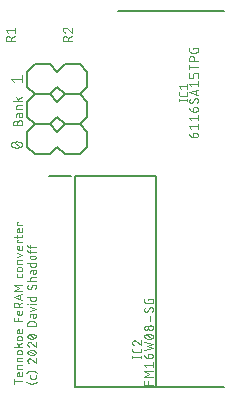
<source format=gbr>
G04 EAGLE Gerber RS-274X export*
G75*
%MOMM*%
%FSLAX34Y34*%
%LPD*%
%INSilkscreen Top*%
%IPPOS*%
%AMOC8*
5,1,8,0,0,1.08239X$1,22.5*%
G01*
%ADD10C,0.050800*%
%ADD11C,0.076200*%
%ADD12C,0.200000*%
%ADD13C,0.203200*%


D10*
X16256Y10782D02*
X9144Y10782D01*
X9144Y8806D02*
X9144Y12758D01*
X16256Y16330D02*
X16256Y18306D01*
X16256Y16330D02*
X16254Y16264D01*
X16249Y16197D01*
X16239Y16132D01*
X16226Y16066D01*
X16210Y16002D01*
X16190Y15939D01*
X16166Y15877D01*
X16139Y15816D01*
X16108Y15757D01*
X16074Y15700D01*
X16037Y15644D01*
X15997Y15591D01*
X15955Y15540D01*
X15909Y15492D01*
X15861Y15446D01*
X15810Y15404D01*
X15757Y15364D01*
X15701Y15327D01*
X15644Y15293D01*
X15585Y15262D01*
X15524Y15235D01*
X15462Y15211D01*
X15399Y15191D01*
X15335Y15175D01*
X15269Y15162D01*
X15204Y15152D01*
X15137Y15147D01*
X15071Y15145D01*
X13095Y15145D01*
X13095Y15146D02*
X13016Y15148D01*
X12938Y15154D01*
X12860Y15164D01*
X12782Y15177D01*
X12705Y15195D01*
X12629Y15216D01*
X12555Y15241D01*
X12481Y15270D01*
X12409Y15302D01*
X12339Y15338D01*
X12271Y15378D01*
X12205Y15421D01*
X12141Y15467D01*
X12079Y15516D01*
X12020Y15568D01*
X11964Y15623D01*
X11910Y15681D01*
X11860Y15741D01*
X11812Y15804D01*
X11768Y15869D01*
X11727Y15936D01*
X11689Y16005D01*
X11655Y16076D01*
X11624Y16149D01*
X11597Y16223D01*
X11574Y16298D01*
X11555Y16374D01*
X11539Y16452D01*
X11527Y16530D01*
X11519Y16608D01*
X11515Y16687D01*
X11515Y16765D01*
X11519Y16844D01*
X11527Y16922D01*
X11539Y17000D01*
X11555Y17078D01*
X11574Y17154D01*
X11597Y17229D01*
X11624Y17303D01*
X11655Y17376D01*
X11689Y17447D01*
X11727Y17516D01*
X11768Y17583D01*
X11812Y17648D01*
X11860Y17711D01*
X11910Y17771D01*
X11964Y17829D01*
X12020Y17884D01*
X12079Y17936D01*
X12141Y17985D01*
X12205Y18031D01*
X12271Y18074D01*
X12339Y18114D01*
X12409Y18150D01*
X12481Y18182D01*
X12555Y18211D01*
X12629Y18236D01*
X12705Y18257D01*
X12782Y18275D01*
X12860Y18288D01*
X12938Y18298D01*
X13016Y18304D01*
X13095Y18306D01*
X13885Y18306D01*
X13885Y15145D01*
X16256Y21317D02*
X11515Y21317D01*
X11515Y23293D01*
X11517Y23359D01*
X11522Y23426D01*
X11532Y23491D01*
X11545Y23557D01*
X11561Y23621D01*
X11581Y23684D01*
X11605Y23746D01*
X11632Y23807D01*
X11663Y23866D01*
X11697Y23923D01*
X11734Y23979D01*
X11774Y24032D01*
X11816Y24083D01*
X11862Y24131D01*
X11910Y24177D01*
X11961Y24219D01*
X12014Y24259D01*
X12070Y24296D01*
X12127Y24330D01*
X12186Y24361D01*
X12246Y24388D01*
X12309Y24411D01*
X12372Y24432D01*
X12436Y24448D01*
X12501Y24461D01*
X12567Y24471D01*
X12634Y24476D01*
X12700Y24478D01*
X16256Y24478D01*
X16256Y27718D02*
X11515Y27718D01*
X11515Y29694D01*
X11517Y29760D01*
X11522Y29827D01*
X11532Y29892D01*
X11545Y29958D01*
X11561Y30022D01*
X11581Y30085D01*
X11605Y30147D01*
X11632Y30208D01*
X11663Y30267D01*
X11697Y30324D01*
X11734Y30380D01*
X11774Y30433D01*
X11816Y30484D01*
X11862Y30532D01*
X11910Y30578D01*
X11961Y30620D01*
X12014Y30660D01*
X12070Y30697D01*
X12127Y30731D01*
X12186Y30762D01*
X12246Y30789D01*
X12309Y30812D01*
X12372Y30833D01*
X12436Y30849D01*
X12501Y30862D01*
X12567Y30872D01*
X12634Y30877D01*
X12700Y30879D01*
X16256Y30879D01*
X14676Y33890D02*
X13095Y33890D01*
X13095Y33891D02*
X13016Y33893D01*
X12938Y33899D01*
X12860Y33909D01*
X12782Y33922D01*
X12705Y33940D01*
X12629Y33961D01*
X12555Y33986D01*
X12481Y34015D01*
X12409Y34047D01*
X12339Y34083D01*
X12271Y34123D01*
X12205Y34166D01*
X12141Y34212D01*
X12079Y34261D01*
X12020Y34313D01*
X11964Y34368D01*
X11910Y34426D01*
X11860Y34486D01*
X11812Y34549D01*
X11768Y34614D01*
X11727Y34681D01*
X11689Y34750D01*
X11655Y34821D01*
X11624Y34894D01*
X11597Y34968D01*
X11574Y35043D01*
X11555Y35119D01*
X11539Y35197D01*
X11527Y35275D01*
X11519Y35353D01*
X11515Y35432D01*
X11515Y35510D01*
X11519Y35589D01*
X11527Y35667D01*
X11539Y35745D01*
X11555Y35823D01*
X11574Y35899D01*
X11597Y35974D01*
X11624Y36048D01*
X11655Y36121D01*
X11689Y36192D01*
X11727Y36261D01*
X11768Y36328D01*
X11812Y36393D01*
X11860Y36456D01*
X11910Y36516D01*
X11964Y36574D01*
X12020Y36629D01*
X12079Y36681D01*
X12141Y36730D01*
X12205Y36776D01*
X12271Y36819D01*
X12339Y36859D01*
X12409Y36895D01*
X12481Y36927D01*
X12555Y36956D01*
X12629Y36981D01*
X12705Y37002D01*
X12782Y37020D01*
X12860Y37033D01*
X12938Y37043D01*
X13016Y37049D01*
X13095Y37051D01*
X14676Y37051D01*
X14755Y37049D01*
X14833Y37043D01*
X14911Y37033D01*
X14989Y37020D01*
X15066Y37002D01*
X15142Y36981D01*
X15216Y36956D01*
X15290Y36927D01*
X15362Y36895D01*
X15432Y36859D01*
X15500Y36819D01*
X15566Y36776D01*
X15630Y36730D01*
X15692Y36681D01*
X15751Y36629D01*
X15807Y36574D01*
X15861Y36516D01*
X15911Y36456D01*
X15959Y36393D01*
X16003Y36328D01*
X16044Y36261D01*
X16082Y36192D01*
X16116Y36121D01*
X16147Y36048D01*
X16174Y35974D01*
X16197Y35899D01*
X16216Y35823D01*
X16232Y35745D01*
X16244Y35667D01*
X16252Y35589D01*
X16256Y35510D01*
X16256Y35432D01*
X16252Y35353D01*
X16244Y35275D01*
X16232Y35197D01*
X16216Y35119D01*
X16197Y35043D01*
X16174Y34968D01*
X16147Y34894D01*
X16116Y34821D01*
X16082Y34750D01*
X16044Y34681D01*
X16003Y34614D01*
X15959Y34549D01*
X15911Y34486D01*
X15861Y34426D01*
X15807Y34368D01*
X15751Y34313D01*
X15692Y34261D01*
X15630Y34212D01*
X15566Y34166D01*
X15500Y34123D01*
X15432Y34083D01*
X15362Y34047D01*
X15290Y34015D01*
X15216Y33986D01*
X15142Y33961D01*
X15066Y33940D01*
X14989Y33922D01*
X14911Y33909D01*
X14833Y33899D01*
X14755Y33893D01*
X14676Y33891D01*
X16256Y40137D02*
X9144Y40137D01*
X11515Y43298D02*
X13885Y40137D01*
X12898Y41520D02*
X16256Y43298D01*
X14676Y45777D02*
X13095Y45777D01*
X13095Y45778D02*
X13016Y45780D01*
X12938Y45786D01*
X12860Y45796D01*
X12782Y45809D01*
X12705Y45827D01*
X12629Y45848D01*
X12555Y45873D01*
X12481Y45902D01*
X12409Y45934D01*
X12339Y45970D01*
X12271Y46010D01*
X12205Y46053D01*
X12141Y46099D01*
X12079Y46148D01*
X12020Y46200D01*
X11964Y46255D01*
X11910Y46313D01*
X11860Y46373D01*
X11812Y46436D01*
X11768Y46501D01*
X11727Y46568D01*
X11689Y46637D01*
X11655Y46708D01*
X11624Y46781D01*
X11597Y46855D01*
X11574Y46930D01*
X11555Y47006D01*
X11539Y47084D01*
X11527Y47162D01*
X11519Y47240D01*
X11515Y47319D01*
X11515Y47397D01*
X11519Y47476D01*
X11527Y47554D01*
X11539Y47632D01*
X11555Y47710D01*
X11574Y47786D01*
X11597Y47861D01*
X11624Y47935D01*
X11655Y48008D01*
X11689Y48079D01*
X11727Y48148D01*
X11768Y48215D01*
X11812Y48280D01*
X11860Y48343D01*
X11910Y48403D01*
X11964Y48461D01*
X12020Y48516D01*
X12079Y48568D01*
X12141Y48617D01*
X12205Y48663D01*
X12271Y48706D01*
X12339Y48746D01*
X12409Y48782D01*
X12481Y48814D01*
X12555Y48843D01*
X12629Y48868D01*
X12705Y48889D01*
X12782Y48907D01*
X12860Y48920D01*
X12938Y48930D01*
X13016Y48936D01*
X13095Y48938D01*
X14676Y48938D01*
X14755Y48936D01*
X14833Y48930D01*
X14911Y48920D01*
X14989Y48907D01*
X15066Y48889D01*
X15142Y48868D01*
X15216Y48843D01*
X15290Y48814D01*
X15362Y48782D01*
X15432Y48746D01*
X15500Y48706D01*
X15566Y48663D01*
X15630Y48617D01*
X15692Y48568D01*
X15751Y48516D01*
X15807Y48461D01*
X15861Y48403D01*
X15911Y48343D01*
X15959Y48280D01*
X16003Y48215D01*
X16044Y48148D01*
X16082Y48079D01*
X16116Y48008D01*
X16147Y47935D01*
X16174Y47861D01*
X16197Y47786D01*
X16216Y47710D01*
X16232Y47632D01*
X16244Y47554D01*
X16252Y47476D01*
X16256Y47397D01*
X16256Y47319D01*
X16252Y47240D01*
X16244Y47162D01*
X16232Y47084D01*
X16216Y47006D01*
X16197Y46930D01*
X16174Y46855D01*
X16147Y46781D01*
X16116Y46708D01*
X16082Y46637D01*
X16044Y46568D01*
X16003Y46501D01*
X15959Y46436D01*
X15911Y46373D01*
X15861Y46313D01*
X15807Y46255D01*
X15751Y46200D01*
X15692Y46148D01*
X15630Y46099D01*
X15566Y46053D01*
X15500Y46010D01*
X15432Y45970D01*
X15362Y45934D01*
X15290Y45902D01*
X15216Y45873D01*
X15142Y45848D01*
X15066Y45827D01*
X14989Y45809D01*
X14911Y45796D01*
X14833Y45786D01*
X14755Y45780D01*
X14676Y45778D01*
X16256Y52906D02*
X16256Y54882D01*
X16256Y52906D02*
X16254Y52840D01*
X16249Y52773D01*
X16239Y52708D01*
X16226Y52642D01*
X16210Y52578D01*
X16190Y52515D01*
X16166Y52453D01*
X16139Y52392D01*
X16108Y52333D01*
X16074Y52276D01*
X16037Y52220D01*
X15997Y52167D01*
X15955Y52116D01*
X15909Y52068D01*
X15861Y52022D01*
X15810Y51980D01*
X15757Y51940D01*
X15701Y51903D01*
X15644Y51869D01*
X15585Y51838D01*
X15524Y51811D01*
X15462Y51787D01*
X15399Y51767D01*
X15335Y51751D01*
X15269Y51738D01*
X15204Y51728D01*
X15137Y51723D01*
X15071Y51721D01*
X13095Y51721D01*
X13016Y51723D01*
X12938Y51729D01*
X12860Y51739D01*
X12782Y51752D01*
X12705Y51770D01*
X12629Y51791D01*
X12555Y51816D01*
X12481Y51845D01*
X12409Y51877D01*
X12339Y51913D01*
X12271Y51953D01*
X12205Y51996D01*
X12141Y52042D01*
X12079Y52091D01*
X12020Y52143D01*
X11964Y52198D01*
X11910Y52256D01*
X11860Y52316D01*
X11812Y52379D01*
X11768Y52444D01*
X11727Y52511D01*
X11689Y52580D01*
X11655Y52651D01*
X11624Y52724D01*
X11597Y52798D01*
X11574Y52873D01*
X11555Y52949D01*
X11539Y53027D01*
X11527Y53105D01*
X11519Y53183D01*
X11515Y53262D01*
X11515Y53340D01*
X11519Y53419D01*
X11527Y53497D01*
X11539Y53575D01*
X11555Y53653D01*
X11574Y53729D01*
X11597Y53804D01*
X11624Y53878D01*
X11655Y53951D01*
X11689Y54022D01*
X11727Y54091D01*
X11768Y54158D01*
X11812Y54223D01*
X11860Y54286D01*
X11910Y54346D01*
X11964Y54404D01*
X12020Y54459D01*
X12079Y54511D01*
X12141Y54560D01*
X12205Y54606D01*
X12271Y54649D01*
X12339Y54689D01*
X12409Y54725D01*
X12481Y54757D01*
X12555Y54786D01*
X12629Y54811D01*
X12705Y54832D01*
X12782Y54850D01*
X12860Y54863D01*
X12938Y54873D01*
X13016Y54879D01*
X13095Y54881D01*
X13095Y54882D02*
X13885Y54882D01*
X13885Y51721D01*
X16256Y61625D02*
X9144Y61625D01*
X9144Y64786D01*
X12305Y64786D02*
X12305Y61625D01*
X16256Y68451D02*
X16256Y70426D01*
X16256Y68451D02*
X16254Y68385D01*
X16249Y68318D01*
X16239Y68253D01*
X16226Y68187D01*
X16210Y68123D01*
X16190Y68060D01*
X16166Y67998D01*
X16139Y67937D01*
X16108Y67878D01*
X16074Y67821D01*
X16037Y67765D01*
X15997Y67712D01*
X15955Y67661D01*
X15909Y67613D01*
X15861Y67567D01*
X15810Y67525D01*
X15757Y67485D01*
X15701Y67448D01*
X15644Y67414D01*
X15585Y67383D01*
X15524Y67356D01*
X15462Y67332D01*
X15399Y67312D01*
X15335Y67296D01*
X15269Y67283D01*
X15204Y67273D01*
X15137Y67268D01*
X15071Y67266D01*
X13095Y67266D01*
X13016Y67268D01*
X12938Y67274D01*
X12860Y67284D01*
X12782Y67297D01*
X12705Y67315D01*
X12629Y67336D01*
X12555Y67361D01*
X12481Y67390D01*
X12409Y67422D01*
X12339Y67458D01*
X12271Y67498D01*
X12205Y67541D01*
X12141Y67587D01*
X12079Y67636D01*
X12020Y67688D01*
X11964Y67743D01*
X11910Y67801D01*
X11860Y67861D01*
X11812Y67924D01*
X11768Y67989D01*
X11727Y68056D01*
X11689Y68125D01*
X11655Y68196D01*
X11624Y68269D01*
X11597Y68343D01*
X11574Y68418D01*
X11555Y68494D01*
X11539Y68572D01*
X11527Y68650D01*
X11519Y68728D01*
X11515Y68807D01*
X11515Y68885D01*
X11519Y68964D01*
X11527Y69042D01*
X11539Y69120D01*
X11555Y69198D01*
X11574Y69274D01*
X11597Y69349D01*
X11624Y69423D01*
X11655Y69496D01*
X11689Y69567D01*
X11727Y69636D01*
X11768Y69703D01*
X11812Y69768D01*
X11860Y69831D01*
X11910Y69891D01*
X11964Y69949D01*
X12020Y70004D01*
X12079Y70056D01*
X12141Y70105D01*
X12205Y70151D01*
X12271Y70194D01*
X12339Y70234D01*
X12409Y70270D01*
X12481Y70302D01*
X12555Y70331D01*
X12629Y70356D01*
X12705Y70377D01*
X12782Y70395D01*
X12860Y70408D01*
X12938Y70418D01*
X13016Y70424D01*
X13095Y70426D01*
X13885Y70426D01*
X13885Y67266D01*
X16256Y73540D02*
X9144Y73540D01*
X9144Y75516D01*
X9146Y75603D01*
X9152Y75691D01*
X9161Y75778D01*
X9175Y75864D01*
X9192Y75950D01*
X9213Y76034D01*
X9238Y76118D01*
X9267Y76201D01*
X9299Y76282D01*
X9334Y76362D01*
X9373Y76440D01*
X9416Y76517D01*
X9462Y76591D01*
X9511Y76663D01*
X9563Y76733D01*
X9619Y76801D01*
X9677Y76866D01*
X9738Y76929D01*
X9802Y76988D01*
X9869Y77045D01*
X9937Y77099D01*
X10009Y77150D01*
X10082Y77197D01*
X10157Y77242D01*
X10235Y77283D01*
X10314Y77320D01*
X10394Y77354D01*
X10476Y77384D01*
X10559Y77411D01*
X10644Y77434D01*
X10729Y77453D01*
X10815Y77468D01*
X10902Y77480D01*
X10989Y77488D01*
X11076Y77492D01*
X11164Y77492D01*
X11251Y77488D01*
X11338Y77480D01*
X11425Y77468D01*
X11511Y77453D01*
X11596Y77434D01*
X11681Y77411D01*
X11764Y77384D01*
X11846Y77354D01*
X11926Y77320D01*
X12005Y77283D01*
X12083Y77242D01*
X12158Y77197D01*
X12231Y77150D01*
X12303Y77099D01*
X12371Y77045D01*
X12438Y76988D01*
X12502Y76929D01*
X12563Y76866D01*
X12621Y76801D01*
X12677Y76733D01*
X12729Y76663D01*
X12778Y76591D01*
X12824Y76517D01*
X12867Y76440D01*
X12906Y76362D01*
X12941Y76282D01*
X12973Y76201D01*
X13002Y76118D01*
X13027Y76034D01*
X13048Y75950D01*
X13065Y75864D01*
X13079Y75778D01*
X13088Y75691D01*
X13094Y75603D01*
X13096Y75516D01*
X13095Y75516D02*
X13095Y73540D01*
X13095Y75911D02*
X16256Y77491D01*
X16256Y79963D02*
X9144Y82333D01*
X16256Y84704D01*
X14478Y84111D02*
X14478Y80555D01*
X16256Y87506D02*
X9144Y87506D01*
X13095Y89877D01*
X9144Y92248D01*
X16256Y92248D01*
X16256Y100233D02*
X16256Y101814D01*
X16256Y100233D02*
X16254Y100167D01*
X16249Y100100D01*
X16239Y100035D01*
X16226Y99969D01*
X16210Y99905D01*
X16190Y99842D01*
X16166Y99780D01*
X16139Y99719D01*
X16108Y99660D01*
X16074Y99603D01*
X16037Y99547D01*
X15997Y99494D01*
X15955Y99443D01*
X15909Y99395D01*
X15861Y99349D01*
X15810Y99307D01*
X15757Y99267D01*
X15701Y99230D01*
X15644Y99196D01*
X15585Y99165D01*
X15524Y99138D01*
X15462Y99114D01*
X15399Y99094D01*
X15335Y99078D01*
X15269Y99065D01*
X15204Y99055D01*
X15137Y99050D01*
X15071Y99048D01*
X12700Y99048D01*
X12634Y99050D01*
X12567Y99055D01*
X12502Y99065D01*
X12436Y99078D01*
X12372Y99094D01*
X12309Y99114D01*
X12247Y99138D01*
X12186Y99165D01*
X12127Y99196D01*
X12070Y99230D01*
X12014Y99267D01*
X11961Y99307D01*
X11910Y99349D01*
X11862Y99395D01*
X11816Y99443D01*
X11774Y99494D01*
X11734Y99547D01*
X11697Y99603D01*
X11663Y99660D01*
X11632Y99719D01*
X11605Y99780D01*
X11581Y99842D01*
X11561Y99905D01*
X11545Y99969D01*
X11532Y100035D01*
X11522Y100100D01*
X11517Y100167D01*
X11515Y100233D01*
X11515Y101814D01*
X13095Y104299D02*
X14676Y104299D01*
X13095Y104299D02*
X13016Y104301D01*
X12938Y104307D01*
X12860Y104317D01*
X12782Y104330D01*
X12705Y104348D01*
X12629Y104369D01*
X12555Y104394D01*
X12481Y104423D01*
X12409Y104455D01*
X12339Y104491D01*
X12271Y104531D01*
X12205Y104574D01*
X12141Y104620D01*
X12079Y104669D01*
X12020Y104721D01*
X11964Y104776D01*
X11910Y104834D01*
X11860Y104894D01*
X11812Y104957D01*
X11768Y105022D01*
X11727Y105089D01*
X11689Y105158D01*
X11655Y105229D01*
X11624Y105302D01*
X11597Y105376D01*
X11574Y105451D01*
X11555Y105527D01*
X11539Y105605D01*
X11527Y105683D01*
X11519Y105761D01*
X11515Y105840D01*
X11515Y105918D01*
X11519Y105997D01*
X11527Y106075D01*
X11539Y106153D01*
X11555Y106231D01*
X11574Y106307D01*
X11597Y106382D01*
X11624Y106456D01*
X11655Y106529D01*
X11689Y106600D01*
X11727Y106669D01*
X11768Y106736D01*
X11812Y106801D01*
X11860Y106864D01*
X11910Y106924D01*
X11964Y106982D01*
X12020Y107037D01*
X12079Y107089D01*
X12141Y107138D01*
X12205Y107184D01*
X12271Y107227D01*
X12339Y107267D01*
X12409Y107303D01*
X12481Y107335D01*
X12555Y107364D01*
X12629Y107389D01*
X12705Y107410D01*
X12782Y107428D01*
X12860Y107441D01*
X12938Y107451D01*
X13016Y107457D01*
X13095Y107459D01*
X14676Y107459D01*
X14755Y107457D01*
X14833Y107451D01*
X14911Y107441D01*
X14989Y107428D01*
X15066Y107410D01*
X15142Y107389D01*
X15216Y107364D01*
X15290Y107335D01*
X15362Y107303D01*
X15432Y107267D01*
X15500Y107227D01*
X15566Y107184D01*
X15630Y107138D01*
X15692Y107089D01*
X15751Y107037D01*
X15807Y106982D01*
X15861Y106924D01*
X15911Y106864D01*
X15959Y106801D01*
X16003Y106736D01*
X16044Y106669D01*
X16082Y106600D01*
X16116Y106529D01*
X16147Y106456D01*
X16174Y106382D01*
X16197Y106307D01*
X16216Y106231D01*
X16232Y106153D01*
X16244Y106075D01*
X16252Y105997D01*
X16256Y105918D01*
X16256Y105840D01*
X16252Y105761D01*
X16244Y105683D01*
X16232Y105605D01*
X16216Y105527D01*
X16197Y105451D01*
X16174Y105376D01*
X16147Y105302D01*
X16116Y105229D01*
X16082Y105158D01*
X16044Y105089D01*
X16003Y105022D01*
X15959Y104957D01*
X15911Y104894D01*
X15861Y104834D01*
X15807Y104776D01*
X15751Y104721D01*
X15692Y104669D01*
X15630Y104620D01*
X15566Y104574D01*
X15500Y104531D01*
X15432Y104491D01*
X15362Y104455D01*
X15290Y104423D01*
X15216Y104394D01*
X15142Y104369D01*
X15066Y104348D01*
X14989Y104330D01*
X14911Y104317D01*
X14833Y104307D01*
X14755Y104301D01*
X14676Y104299D01*
X16256Y110471D02*
X11515Y110471D01*
X11515Y112446D01*
X11517Y112512D01*
X11522Y112579D01*
X11532Y112644D01*
X11545Y112710D01*
X11561Y112774D01*
X11581Y112837D01*
X11605Y112899D01*
X11632Y112960D01*
X11663Y113019D01*
X11697Y113076D01*
X11734Y113132D01*
X11774Y113185D01*
X11816Y113236D01*
X11862Y113284D01*
X11910Y113330D01*
X11961Y113372D01*
X12014Y113412D01*
X12070Y113449D01*
X12127Y113483D01*
X12186Y113514D01*
X12246Y113541D01*
X12309Y113564D01*
X12372Y113585D01*
X12436Y113601D01*
X12501Y113614D01*
X12567Y113624D01*
X12634Y113629D01*
X12700Y113631D01*
X12700Y113632D02*
X16256Y113632D01*
X16256Y117995D02*
X11515Y116414D01*
X11515Y119575D02*
X16256Y117995D01*
X16256Y123315D02*
X16256Y125290D01*
X16256Y123315D02*
X16254Y123249D01*
X16249Y123182D01*
X16239Y123117D01*
X16226Y123051D01*
X16210Y122987D01*
X16190Y122924D01*
X16166Y122862D01*
X16139Y122801D01*
X16108Y122742D01*
X16074Y122685D01*
X16037Y122629D01*
X15997Y122576D01*
X15955Y122525D01*
X15909Y122477D01*
X15861Y122431D01*
X15810Y122389D01*
X15757Y122349D01*
X15701Y122312D01*
X15644Y122278D01*
X15585Y122247D01*
X15524Y122220D01*
X15462Y122196D01*
X15399Y122176D01*
X15335Y122160D01*
X15269Y122147D01*
X15204Y122137D01*
X15137Y122132D01*
X15071Y122130D01*
X15071Y122129D02*
X13095Y122129D01*
X13095Y122130D02*
X13016Y122132D01*
X12938Y122138D01*
X12860Y122148D01*
X12782Y122161D01*
X12705Y122179D01*
X12629Y122200D01*
X12555Y122225D01*
X12481Y122254D01*
X12409Y122286D01*
X12339Y122322D01*
X12271Y122362D01*
X12205Y122405D01*
X12141Y122451D01*
X12079Y122500D01*
X12020Y122552D01*
X11964Y122607D01*
X11910Y122665D01*
X11860Y122725D01*
X11812Y122788D01*
X11768Y122853D01*
X11727Y122920D01*
X11689Y122989D01*
X11655Y123060D01*
X11624Y123133D01*
X11597Y123207D01*
X11574Y123282D01*
X11555Y123358D01*
X11539Y123436D01*
X11527Y123514D01*
X11519Y123592D01*
X11515Y123671D01*
X11515Y123749D01*
X11519Y123828D01*
X11527Y123906D01*
X11539Y123984D01*
X11555Y124062D01*
X11574Y124138D01*
X11597Y124213D01*
X11624Y124287D01*
X11655Y124360D01*
X11689Y124431D01*
X11727Y124500D01*
X11768Y124567D01*
X11812Y124632D01*
X11860Y124695D01*
X11910Y124755D01*
X11964Y124813D01*
X12020Y124868D01*
X12079Y124920D01*
X12141Y124969D01*
X12205Y125015D01*
X12271Y125058D01*
X12339Y125098D01*
X12409Y125134D01*
X12481Y125166D01*
X12555Y125195D01*
X12629Y125220D01*
X12705Y125241D01*
X12782Y125259D01*
X12860Y125272D01*
X12938Y125282D01*
X13016Y125288D01*
X13095Y125290D01*
X13885Y125290D01*
X13885Y122129D01*
X11515Y128338D02*
X16256Y128338D01*
X11515Y128338D02*
X11515Y130709D01*
X12305Y130709D01*
X11515Y132303D02*
X11515Y134674D01*
X9144Y133093D02*
X15071Y133093D01*
X15071Y133094D02*
X15137Y133096D01*
X15204Y133101D01*
X15269Y133111D01*
X15335Y133124D01*
X15399Y133140D01*
X15462Y133160D01*
X15524Y133184D01*
X15585Y133211D01*
X15644Y133242D01*
X15701Y133276D01*
X15757Y133313D01*
X15810Y133353D01*
X15861Y133395D01*
X15909Y133441D01*
X15955Y133489D01*
X15997Y133540D01*
X16037Y133593D01*
X16074Y133649D01*
X16108Y133706D01*
X16139Y133765D01*
X16166Y133826D01*
X16190Y133888D01*
X16210Y133951D01*
X16226Y134015D01*
X16239Y134081D01*
X16249Y134146D01*
X16254Y134213D01*
X16256Y134279D01*
X16256Y134674D01*
X16256Y138402D02*
X16256Y140378D01*
X16256Y138402D02*
X16254Y138336D01*
X16249Y138269D01*
X16239Y138204D01*
X16226Y138138D01*
X16210Y138074D01*
X16190Y138011D01*
X16166Y137949D01*
X16139Y137888D01*
X16108Y137829D01*
X16074Y137772D01*
X16037Y137716D01*
X15997Y137663D01*
X15955Y137612D01*
X15909Y137564D01*
X15861Y137518D01*
X15810Y137476D01*
X15757Y137436D01*
X15701Y137399D01*
X15644Y137365D01*
X15585Y137334D01*
X15524Y137307D01*
X15462Y137283D01*
X15399Y137263D01*
X15335Y137247D01*
X15269Y137234D01*
X15204Y137224D01*
X15137Y137219D01*
X15071Y137217D01*
X13095Y137217D01*
X13016Y137219D01*
X12938Y137225D01*
X12860Y137235D01*
X12782Y137248D01*
X12705Y137266D01*
X12629Y137287D01*
X12555Y137312D01*
X12481Y137341D01*
X12409Y137373D01*
X12339Y137409D01*
X12271Y137449D01*
X12205Y137492D01*
X12141Y137538D01*
X12079Y137587D01*
X12020Y137639D01*
X11964Y137694D01*
X11910Y137752D01*
X11860Y137812D01*
X11812Y137875D01*
X11768Y137940D01*
X11727Y138007D01*
X11689Y138076D01*
X11655Y138147D01*
X11624Y138220D01*
X11597Y138294D01*
X11574Y138369D01*
X11555Y138445D01*
X11539Y138523D01*
X11527Y138601D01*
X11519Y138679D01*
X11515Y138758D01*
X11515Y138836D01*
X11519Y138915D01*
X11527Y138993D01*
X11539Y139071D01*
X11555Y139149D01*
X11574Y139225D01*
X11597Y139300D01*
X11624Y139374D01*
X11655Y139447D01*
X11689Y139518D01*
X11727Y139587D01*
X11768Y139654D01*
X11812Y139719D01*
X11860Y139782D01*
X11910Y139842D01*
X11964Y139900D01*
X12020Y139955D01*
X12079Y140007D01*
X12141Y140056D01*
X12205Y140102D01*
X12271Y140145D01*
X12339Y140185D01*
X12409Y140221D01*
X12481Y140253D01*
X12555Y140282D01*
X12629Y140307D01*
X12705Y140328D01*
X12782Y140346D01*
X12860Y140359D01*
X12938Y140369D01*
X13016Y140375D01*
X13095Y140377D01*
X13095Y140378D02*
X13885Y140378D01*
X13885Y137217D01*
X16256Y143425D02*
X11515Y143425D01*
X11515Y145796D01*
X12305Y145796D01*
X19784Y10387D02*
X19910Y10284D01*
X20038Y10184D01*
X20169Y10088D01*
X20302Y9994D01*
X20438Y9903D01*
X20575Y9816D01*
X20714Y9732D01*
X20856Y9652D01*
X20999Y9575D01*
X21144Y9501D01*
X21291Y9431D01*
X21440Y9365D01*
X21590Y9302D01*
X21741Y9243D01*
X21894Y9187D01*
X22049Y9135D01*
X22204Y9087D01*
X22361Y9042D01*
X22518Y9002D01*
X22677Y8965D01*
X22836Y8932D01*
X22996Y8903D01*
X23157Y8877D01*
X23318Y8856D01*
X23480Y8838D01*
X23642Y8825D01*
X23805Y8815D01*
X23967Y8809D01*
X24130Y8807D01*
X24293Y8809D01*
X24455Y8815D01*
X24618Y8825D01*
X24780Y8838D01*
X24942Y8856D01*
X25103Y8877D01*
X25264Y8903D01*
X25424Y8932D01*
X25583Y8965D01*
X25742Y9002D01*
X25899Y9042D01*
X26056Y9087D01*
X26211Y9135D01*
X26366Y9187D01*
X26519Y9243D01*
X26670Y9302D01*
X26820Y9365D01*
X26969Y9431D01*
X27116Y9501D01*
X27261Y9575D01*
X27404Y9652D01*
X27546Y9732D01*
X27685Y9816D01*
X27823Y9903D01*
X27958Y9994D01*
X28091Y10088D01*
X28222Y10184D01*
X28350Y10284D01*
X28476Y10387D01*
X27686Y14222D02*
X27686Y15802D01*
X27686Y14222D02*
X27684Y14156D01*
X27679Y14089D01*
X27669Y14024D01*
X27656Y13958D01*
X27640Y13894D01*
X27620Y13831D01*
X27596Y13769D01*
X27569Y13708D01*
X27538Y13649D01*
X27504Y13592D01*
X27467Y13536D01*
X27427Y13483D01*
X27385Y13432D01*
X27339Y13384D01*
X27291Y13338D01*
X27240Y13296D01*
X27187Y13256D01*
X27131Y13219D01*
X27074Y13185D01*
X27015Y13154D01*
X26954Y13127D01*
X26892Y13103D01*
X26829Y13083D01*
X26765Y13067D01*
X26699Y13054D01*
X26634Y13044D01*
X26567Y13039D01*
X26501Y13037D01*
X24130Y13037D01*
X24064Y13039D01*
X23997Y13044D01*
X23932Y13054D01*
X23866Y13067D01*
X23802Y13083D01*
X23739Y13103D01*
X23677Y13127D01*
X23616Y13154D01*
X23557Y13185D01*
X23500Y13219D01*
X23444Y13256D01*
X23391Y13296D01*
X23340Y13338D01*
X23292Y13384D01*
X23246Y13432D01*
X23204Y13483D01*
X23164Y13536D01*
X23127Y13592D01*
X23093Y13649D01*
X23062Y13708D01*
X23035Y13769D01*
X23011Y13831D01*
X22991Y13894D01*
X22975Y13958D01*
X22962Y14024D01*
X22952Y14089D01*
X22947Y14156D01*
X22945Y14222D01*
X22945Y15802D01*
X24130Y19727D02*
X24293Y19725D01*
X24455Y19719D01*
X24618Y19709D01*
X24780Y19696D01*
X24942Y19678D01*
X25103Y19657D01*
X25264Y19631D01*
X25424Y19602D01*
X25583Y19569D01*
X25742Y19532D01*
X25899Y19492D01*
X26056Y19447D01*
X26211Y19399D01*
X26366Y19347D01*
X26519Y19291D01*
X26670Y19232D01*
X26820Y19169D01*
X26969Y19103D01*
X27116Y19033D01*
X27261Y18959D01*
X27404Y18882D01*
X27546Y18802D01*
X27685Y18718D01*
X27823Y18631D01*
X27958Y18540D01*
X28091Y18446D01*
X28222Y18350D01*
X28350Y18250D01*
X28476Y18147D01*
X24130Y19727D02*
X23967Y19725D01*
X23805Y19719D01*
X23642Y19709D01*
X23480Y19696D01*
X23318Y19678D01*
X23157Y19657D01*
X22996Y19631D01*
X22836Y19602D01*
X22677Y19569D01*
X22518Y19532D01*
X22361Y19492D01*
X22204Y19447D01*
X22049Y19399D01*
X21894Y19347D01*
X21741Y19291D01*
X21590Y19232D01*
X21440Y19169D01*
X21291Y19103D01*
X21144Y19033D01*
X20999Y18959D01*
X20856Y18882D01*
X20714Y18802D01*
X20575Y18718D01*
X20438Y18631D01*
X20302Y18540D01*
X20169Y18446D01*
X20038Y18350D01*
X19910Y18250D01*
X19784Y18147D01*
X20574Y28523D02*
X20576Y28605D01*
X20582Y28687D01*
X20591Y28769D01*
X20604Y28850D01*
X20621Y28930D01*
X20642Y29010D01*
X20666Y29088D01*
X20694Y29165D01*
X20725Y29241D01*
X20760Y29316D01*
X20799Y29388D01*
X20840Y29459D01*
X20885Y29528D01*
X20933Y29594D01*
X20984Y29659D01*
X21038Y29721D01*
X21095Y29780D01*
X21154Y29837D01*
X21216Y29891D01*
X21281Y29942D01*
X21347Y29990D01*
X21416Y30035D01*
X21487Y30076D01*
X21559Y30115D01*
X21634Y30150D01*
X21710Y30181D01*
X21787Y30209D01*
X21865Y30233D01*
X21945Y30254D01*
X22025Y30271D01*
X22106Y30284D01*
X22188Y30293D01*
X22270Y30299D01*
X22352Y30301D01*
X20574Y28523D02*
X20576Y28430D01*
X20582Y28338D01*
X20591Y28246D01*
X20604Y28154D01*
X20621Y28063D01*
X20641Y27973D01*
X20665Y27883D01*
X20693Y27795D01*
X20725Y27707D01*
X20759Y27622D01*
X20798Y27537D01*
X20839Y27455D01*
X20884Y27374D01*
X20933Y27294D01*
X20984Y27217D01*
X21038Y27142D01*
X21096Y27070D01*
X21156Y26999D01*
X21220Y26932D01*
X21285Y26867D01*
X21354Y26804D01*
X21425Y26745D01*
X21498Y26688D01*
X21574Y26634D01*
X21651Y26584D01*
X21731Y26536D01*
X21813Y26492D01*
X21896Y26452D01*
X21981Y26414D01*
X22067Y26380D01*
X22154Y26350D01*
X23735Y29708D02*
X23674Y29769D01*
X23611Y29827D01*
X23545Y29882D01*
X23477Y29935D01*
X23406Y29984D01*
X23334Y30029D01*
X23259Y30072D01*
X23183Y30111D01*
X23104Y30147D01*
X23025Y30179D01*
X22944Y30207D01*
X22861Y30232D01*
X22778Y30253D01*
X22694Y30270D01*
X22609Y30284D01*
X22524Y30293D01*
X22438Y30299D01*
X22352Y30301D01*
X23735Y29708D02*
X27686Y26350D01*
X27686Y30301D01*
X24130Y33208D02*
X23982Y33210D01*
X23835Y33215D01*
X23687Y33225D01*
X23540Y33238D01*
X23393Y33254D01*
X23247Y33275D01*
X23102Y33299D01*
X22956Y33327D01*
X22812Y33358D01*
X22669Y33393D01*
X22526Y33432D01*
X22385Y33474D01*
X22244Y33520D01*
X22105Y33569D01*
X21967Y33622D01*
X21830Y33678D01*
X21695Y33738D01*
X21562Y33801D01*
X21562Y33800D02*
X21491Y33826D01*
X21422Y33856D01*
X21354Y33890D01*
X21288Y33927D01*
X21224Y33967D01*
X21162Y34011D01*
X21103Y34057D01*
X21046Y34107D01*
X20992Y34160D01*
X20940Y34215D01*
X20892Y34273D01*
X20846Y34333D01*
X20804Y34396D01*
X20765Y34461D01*
X20729Y34527D01*
X20697Y34596D01*
X20669Y34665D01*
X20644Y34737D01*
X20623Y34809D01*
X20605Y34883D01*
X20592Y34957D01*
X20582Y35032D01*
X20576Y35107D01*
X20574Y35183D01*
X20576Y35259D01*
X20582Y35334D01*
X20592Y35409D01*
X20605Y35483D01*
X20623Y35557D01*
X20644Y35629D01*
X20669Y35701D01*
X20697Y35770D01*
X20729Y35839D01*
X20765Y35905D01*
X20804Y35970D01*
X20846Y36033D01*
X20892Y36093D01*
X20940Y36151D01*
X20992Y36206D01*
X21046Y36259D01*
X21103Y36309D01*
X21162Y36355D01*
X21224Y36399D01*
X21288Y36439D01*
X21354Y36476D01*
X21422Y36510D01*
X21491Y36540D01*
X21562Y36566D01*
X21695Y36629D01*
X21830Y36689D01*
X21967Y36745D01*
X22105Y36798D01*
X22244Y36847D01*
X22385Y36893D01*
X22526Y36935D01*
X22669Y36974D01*
X22812Y37009D01*
X22956Y37040D01*
X23102Y37068D01*
X23247Y37092D01*
X23393Y37113D01*
X23540Y37129D01*
X23687Y37142D01*
X23835Y37152D01*
X23982Y37157D01*
X24130Y37159D01*
X24130Y33208D02*
X24278Y33210D01*
X24425Y33215D01*
X24573Y33225D01*
X24720Y33238D01*
X24867Y33254D01*
X25013Y33275D01*
X25158Y33299D01*
X25304Y33327D01*
X25448Y33358D01*
X25591Y33393D01*
X25734Y33432D01*
X25875Y33474D01*
X26016Y33520D01*
X26155Y33569D01*
X26293Y33622D01*
X26430Y33678D01*
X26565Y33738D01*
X26698Y33801D01*
X26698Y33800D02*
X26769Y33826D01*
X26838Y33856D01*
X26906Y33890D01*
X26972Y33927D01*
X27036Y33967D01*
X27098Y34011D01*
X27157Y34057D01*
X27214Y34107D01*
X27268Y34160D01*
X27320Y34215D01*
X27368Y34273D01*
X27414Y34333D01*
X27456Y34396D01*
X27495Y34461D01*
X27531Y34527D01*
X27563Y34596D01*
X27591Y34666D01*
X27616Y34737D01*
X27637Y34809D01*
X27655Y34883D01*
X27668Y34957D01*
X27678Y35032D01*
X27684Y35107D01*
X27686Y35183D01*
X26698Y36566D02*
X26565Y36629D01*
X26430Y36689D01*
X26293Y36745D01*
X26155Y36798D01*
X26016Y36847D01*
X25875Y36893D01*
X25734Y36935D01*
X25591Y36974D01*
X25448Y37009D01*
X25304Y37040D01*
X25158Y37068D01*
X25013Y37092D01*
X24867Y37113D01*
X24720Y37129D01*
X24573Y37142D01*
X24425Y37152D01*
X24278Y37157D01*
X24130Y37159D01*
X26698Y36566D02*
X26769Y36540D01*
X26838Y36510D01*
X26906Y36476D01*
X26972Y36439D01*
X27036Y36399D01*
X27098Y36355D01*
X27157Y36309D01*
X27214Y36259D01*
X27268Y36206D01*
X27320Y36151D01*
X27368Y36093D01*
X27414Y36033D01*
X27456Y35970D01*
X27495Y35905D01*
X27531Y35839D01*
X27563Y35770D01*
X27591Y35700D01*
X27616Y35629D01*
X27637Y35557D01*
X27655Y35483D01*
X27668Y35409D01*
X27678Y35334D01*
X27684Y35259D01*
X27686Y35183D01*
X26106Y33603D02*
X22154Y36764D01*
X20574Y42239D02*
X20576Y42321D01*
X20582Y42403D01*
X20591Y42485D01*
X20604Y42566D01*
X20621Y42646D01*
X20642Y42726D01*
X20666Y42804D01*
X20694Y42881D01*
X20725Y42957D01*
X20760Y43032D01*
X20799Y43104D01*
X20840Y43175D01*
X20885Y43244D01*
X20933Y43310D01*
X20984Y43375D01*
X21038Y43437D01*
X21095Y43496D01*
X21154Y43553D01*
X21216Y43607D01*
X21281Y43658D01*
X21347Y43706D01*
X21416Y43751D01*
X21487Y43792D01*
X21559Y43831D01*
X21634Y43866D01*
X21710Y43897D01*
X21787Y43925D01*
X21865Y43949D01*
X21945Y43970D01*
X22025Y43987D01*
X22106Y44000D01*
X22188Y44009D01*
X22270Y44015D01*
X22352Y44017D01*
X20574Y42239D02*
X20576Y42146D01*
X20582Y42054D01*
X20591Y41962D01*
X20604Y41870D01*
X20621Y41779D01*
X20641Y41689D01*
X20665Y41599D01*
X20693Y41511D01*
X20725Y41423D01*
X20759Y41338D01*
X20798Y41253D01*
X20839Y41171D01*
X20884Y41090D01*
X20933Y41010D01*
X20984Y40933D01*
X21038Y40858D01*
X21096Y40786D01*
X21156Y40715D01*
X21220Y40648D01*
X21285Y40583D01*
X21354Y40520D01*
X21425Y40461D01*
X21498Y40404D01*
X21574Y40350D01*
X21651Y40300D01*
X21731Y40252D01*
X21813Y40208D01*
X21896Y40168D01*
X21981Y40130D01*
X22067Y40096D01*
X22154Y40066D01*
X23735Y43424D02*
X23674Y43485D01*
X23611Y43543D01*
X23545Y43598D01*
X23477Y43651D01*
X23406Y43700D01*
X23334Y43745D01*
X23259Y43788D01*
X23183Y43827D01*
X23104Y43863D01*
X23025Y43895D01*
X22944Y43923D01*
X22861Y43948D01*
X22778Y43969D01*
X22694Y43986D01*
X22609Y44000D01*
X22524Y44009D01*
X22438Y44015D01*
X22352Y44017D01*
X23735Y43424D02*
X27686Y40066D01*
X27686Y44017D01*
X24130Y46924D02*
X23982Y46926D01*
X23835Y46931D01*
X23687Y46941D01*
X23540Y46954D01*
X23393Y46970D01*
X23247Y46991D01*
X23102Y47015D01*
X22956Y47043D01*
X22812Y47074D01*
X22669Y47109D01*
X22526Y47148D01*
X22385Y47190D01*
X22244Y47236D01*
X22105Y47285D01*
X21967Y47338D01*
X21830Y47394D01*
X21695Y47454D01*
X21562Y47517D01*
X21562Y47516D02*
X21491Y47542D01*
X21422Y47572D01*
X21354Y47606D01*
X21288Y47643D01*
X21224Y47683D01*
X21162Y47727D01*
X21103Y47773D01*
X21046Y47823D01*
X20992Y47876D01*
X20940Y47931D01*
X20892Y47989D01*
X20846Y48049D01*
X20804Y48112D01*
X20765Y48177D01*
X20729Y48243D01*
X20697Y48312D01*
X20669Y48381D01*
X20644Y48453D01*
X20623Y48525D01*
X20605Y48599D01*
X20592Y48673D01*
X20582Y48748D01*
X20576Y48823D01*
X20574Y48899D01*
X20576Y48975D01*
X20582Y49050D01*
X20592Y49125D01*
X20605Y49199D01*
X20623Y49273D01*
X20644Y49345D01*
X20669Y49417D01*
X20697Y49486D01*
X20729Y49555D01*
X20765Y49621D01*
X20804Y49686D01*
X20846Y49749D01*
X20892Y49809D01*
X20940Y49867D01*
X20992Y49922D01*
X21046Y49975D01*
X21103Y50025D01*
X21162Y50071D01*
X21224Y50115D01*
X21288Y50155D01*
X21354Y50192D01*
X21422Y50226D01*
X21491Y50256D01*
X21562Y50282D01*
X21695Y50345D01*
X21830Y50405D01*
X21967Y50461D01*
X22105Y50514D01*
X22244Y50563D01*
X22385Y50609D01*
X22526Y50651D01*
X22669Y50690D01*
X22812Y50725D01*
X22956Y50756D01*
X23102Y50784D01*
X23247Y50808D01*
X23393Y50829D01*
X23540Y50845D01*
X23687Y50858D01*
X23835Y50868D01*
X23982Y50873D01*
X24130Y50875D01*
X24130Y46924D02*
X24278Y46926D01*
X24425Y46931D01*
X24573Y46941D01*
X24720Y46954D01*
X24867Y46970D01*
X25013Y46991D01*
X25158Y47015D01*
X25304Y47043D01*
X25448Y47074D01*
X25591Y47109D01*
X25734Y47148D01*
X25875Y47190D01*
X26016Y47236D01*
X26155Y47285D01*
X26293Y47338D01*
X26430Y47394D01*
X26565Y47454D01*
X26698Y47517D01*
X26698Y47516D02*
X26769Y47542D01*
X26838Y47572D01*
X26906Y47606D01*
X26972Y47643D01*
X27036Y47683D01*
X27098Y47727D01*
X27157Y47773D01*
X27214Y47823D01*
X27268Y47876D01*
X27320Y47931D01*
X27368Y47989D01*
X27414Y48049D01*
X27456Y48112D01*
X27495Y48177D01*
X27531Y48243D01*
X27563Y48312D01*
X27591Y48382D01*
X27616Y48453D01*
X27637Y48525D01*
X27655Y48599D01*
X27668Y48673D01*
X27678Y48748D01*
X27684Y48823D01*
X27686Y48899D01*
X26698Y50282D02*
X26565Y50345D01*
X26430Y50405D01*
X26293Y50461D01*
X26155Y50514D01*
X26016Y50563D01*
X25875Y50609D01*
X25734Y50651D01*
X25591Y50690D01*
X25448Y50725D01*
X25304Y50756D01*
X25158Y50784D01*
X25013Y50808D01*
X24867Y50829D01*
X24720Y50845D01*
X24573Y50858D01*
X24425Y50868D01*
X24278Y50873D01*
X24130Y50875D01*
X26698Y50282D02*
X26769Y50256D01*
X26838Y50226D01*
X26906Y50192D01*
X26972Y50155D01*
X27036Y50115D01*
X27098Y50071D01*
X27157Y50025D01*
X27214Y49975D01*
X27268Y49922D01*
X27320Y49867D01*
X27368Y49809D01*
X27414Y49749D01*
X27456Y49686D01*
X27495Y49621D01*
X27531Y49555D01*
X27563Y49486D01*
X27591Y49416D01*
X27616Y49345D01*
X27637Y49273D01*
X27655Y49199D01*
X27668Y49125D01*
X27678Y49050D01*
X27684Y48975D01*
X27686Y48899D01*
X26106Y47319D02*
X22154Y50480D01*
X20574Y57668D02*
X27686Y57668D01*
X20574Y57668D02*
X20574Y59644D01*
X20576Y59730D01*
X20582Y59816D01*
X20591Y59902D01*
X20604Y59987D01*
X20621Y60072D01*
X20641Y60155D01*
X20665Y60238D01*
X20693Y60320D01*
X20724Y60400D01*
X20759Y60479D01*
X20797Y60556D01*
X20839Y60632D01*
X20883Y60706D01*
X20931Y60777D01*
X20982Y60847D01*
X21036Y60914D01*
X21093Y60979D01*
X21153Y61041D01*
X21215Y61101D01*
X21280Y61158D01*
X21347Y61212D01*
X21417Y61263D01*
X21488Y61311D01*
X21562Y61355D01*
X21638Y61397D01*
X21715Y61435D01*
X21794Y61470D01*
X21874Y61501D01*
X21956Y61529D01*
X22039Y61553D01*
X22122Y61573D01*
X22207Y61590D01*
X22292Y61603D01*
X22378Y61612D01*
X22464Y61618D01*
X22550Y61620D01*
X22550Y61619D02*
X25710Y61619D01*
X25710Y61620D02*
X25796Y61618D01*
X25882Y61612D01*
X25968Y61603D01*
X26053Y61590D01*
X26138Y61573D01*
X26221Y61553D01*
X26304Y61529D01*
X26386Y61501D01*
X26466Y61470D01*
X26545Y61435D01*
X26622Y61397D01*
X26698Y61355D01*
X26772Y61311D01*
X26843Y61263D01*
X26913Y61212D01*
X26980Y61158D01*
X27045Y61101D01*
X27107Y61041D01*
X27167Y60979D01*
X27224Y60914D01*
X27278Y60847D01*
X27329Y60777D01*
X27377Y60706D01*
X27421Y60632D01*
X27463Y60556D01*
X27501Y60479D01*
X27536Y60400D01*
X27567Y60320D01*
X27595Y60238D01*
X27619Y60155D01*
X27639Y60072D01*
X27656Y59987D01*
X27669Y59902D01*
X27678Y59816D01*
X27684Y59730D01*
X27686Y59644D01*
X27686Y57668D01*
X24920Y66043D02*
X24920Y67821D01*
X24920Y66043D02*
X24922Y65969D01*
X24928Y65896D01*
X24938Y65823D01*
X24951Y65751D01*
X24969Y65679D01*
X24990Y65609D01*
X25015Y65539D01*
X25044Y65472D01*
X25076Y65405D01*
X25111Y65341D01*
X25151Y65278D01*
X25193Y65218D01*
X25238Y65160D01*
X25287Y65105D01*
X25338Y65052D01*
X25392Y65002D01*
X25449Y64955D01*
X25508Y64911D01*
X25569Y64871D01*
X25633Y64833D01*
X25698Y64799D01*
X25765Y64769D01*
X25834Y64742D01*
X25904Y64719D01*
X25975Y64700D01*
X26047Y64684D01*
X26119Y64672D01*
X26193Y64664D01*
X26266Y64660D01*
X26340Y64660D01*
X26413Y64664D01*
X26487Y64672D01*
X26559Y64684D01*
X26631Y64700D01*
X26702Y64719D01*
X26772Y64742D01*
X26841Y64769D01*
X26908Y64799D01*
X26973Y64833D01*
X27037Y64871D01*
X27098Y64911D01*
X27157Y64955D01*
X27214Y65002D01*
X27268Y65052D01*
X27319Y65105D01*
X27368Y65160D01*
X27413Y65218D01*
X27455Y65278D01*
X27495Y65341D01*
X27530Y65405D01*
X27562Y65472D01*
X27591Y65539D01*
X27616Y65609D01*
X27637Y65679D01*
X27655Y65751D01*
X27668Y65823D01*
X27678Y65896D01*
X27684Y65969D01*
X27686Y66043D01*
X27686Y67821D01*
X24130Y67821D01*
X24064Y67819D01*
X23997Y67814D01*
X23932Y67804D01*
X23866Y67791D01*
X23802Y67775D01*
X23739Y67755D01*
X23677Y67731D01*
X23616Y67704D01*
X23557Y67673D01*
X23500Y67639D01*
X23444Y67602D01*
X23391Y67562D01*
X23340Y67520D01*
X23292Y67474D01*
X23246Y67426D01*
X23204Y67375D01*
X23164Y67322D01*
X23127Y67266D01*
X23093Y67209D01*
X23062Y67150D01*
X23035Y67089D01*
X23011Y67027D01*
X22991Y66964D01*
X22975Y66900D01*
X22962Y66834D01*
X22952Y66769D01*
X22947Y66702D01*
X22945Y66636D01*
X22945Y65055D01*
X22945Y70636D02*
X27686Y72216D01*
X22945Y73797D01*
X22945Y76331D02*
X27686Y76331D01*
X20969Y76134D02*
X20574Y76134D01*
X20574Y76529D01*
X20969Y76529D01*
X20969Y76134D01*
X20574Y82223D02*
X27686Y82223D01*
X27686Y80247D01*
X27684Y80181D01*
X27679Y80114D01*
X27669Y80049D01*
X27656Y79983D01*
X27640Y79919D01*
X27620Y79856D01*
X27596Y79794D01*
X27569Y79733D01*
X27538Y79674D01*
X27504Y79617D01*
X27467Y79561D01*
X27427Y79508D01*
X27385Y79457D01*
X27339Y79409D01*
X27291Y79363D01*
X27240Y79321D01*
X27187Y79281D01*
X27131Y79244D01*
X27074Y79210D01*
X27015Y79179D01*
X26954Y79152D01*
X26892Y79128D01*
X26829Y79108D01*
X26765Y79092D01*
X26699Y79079D01*
X26634Y79069D01*
X26567Y79064D01*
X26501Y79062D01*
X24130Y79062D01*
X24064Y79064D01*
X23997Y79069D01*
X23932Y79079D01*
X23866Y79092D01*
X23802Y79108D01*
X23739Y79128D01*
X23677Y79152D01*
X23616Y79179D01*
X23557Y79210D01*
X23500Y79244D01*
X23444Y79281D01*
X23391Y79321D01*
X23340Y79363D01*
X23292Y79409D01*
X23246Y79457D01*
X23204Y79508D01*
X23164Y79561D01*
X23127Y79617D01*
X23093Y79674D01*
X23062Y79733D01*
X23035Y79794D01*
X23011Y79856D01*
X22991Y79919D01*
X22975Y79983D01*
X22962Y80049D01*
X22952Y80114D01*
X22947Y80181D01*
X22945Y80247D01*
X22945Y82223D01*
X27686Y91128D02*
X27684Y91206D01*
X27678Y91283D01*
X27669Y91360D01*
X27656Y91436D01*
X27639Y91512D01*
X27618Y91587D01*
X27594Y91660D01*
X27566Y91733D01*
X27534Y91804D01*
X27499Y91873D01*
X27461Y91940D01*
X27420Y92006D01*
X27375Y92069D01*
X27327Y92130D01*
X27277Y92189D01*
X27223Y92245D01*
X27167Y92299D01*
X27108Y92349D01*
X27047Y92397D01*
X26984Y92442D01*
X26918Y92483D01*
X26851Y92521D01*
X26782Y92556D01*
X26711Y92588D01*
X26638Y92616D01*
X26565Y92640D01*
X26490Y92661D01*
X26414Y92678D01*
X26338Y92691D01*
X26261Y92700D01*
X26184Y92706D01*
X26106Y92708D01*
X27686Y91128D02*
X27684Y91013D01*
X27678Y90899D01*
X27668Y90785D01*
X27655Y90671D01*
X27637Y90558D01*
X27615Y90445D01*
X27590Y90333D01*
X27561Y90223D01*
X27528Y90113D01*
X27491Y90004D01*
X27451Y89897D01*
X27407Y89791D01*
X27359Y89687D01*
X27308Y89584D01*
X27253Y89484D01*
X27195Y89385D01*
X27133Y89288D01*
X27069Y89194D01*
X27001Y89101D01*
X26929Y89011D01*
X26855Y88924D01*
X26778Y88839D01*
X26698Y88757D01*
X22154Y88955D02*
X22076Y88957D01*
X21999Y88963D01*
X21922Y88972D01*
X21846Y88985D01*
X21770Y89002D01*
X21695Y89023D01*
X21622Y89047D01*
X21549Y89075D01*
X21478Y89107D01*
X21409Y89142D01*
X21342Y89180D01*
X21276Y89221D01*
X21213Y89266D01*
X21152Y89314D01*
X21093Y89364D01*
X21037Y89418D01*
X20983Y89474D01*
X20933Y89533D01*
X20885Y89594D01*
X20840Y89657D01*
X20799Y89723D01*
X20761Y89790D01*
X20726Y89859D01*
X20694Y89930D01*
X20666Y90003D01*
X20642Y90076D01*
X20621Y90151D01*
X20604Y90227D01*
X20591Y90303D01*
X20582Y90380D01*
X20576Y90457D01*
X20574Y90535D01*
X20576Y90641D01*
X20582Y90747D01*
X20591Y90852D01*
X20604Y90957D01*
X20621Y91062D01*
X20642Y91166D01*
X20666Y91269D01*
X20694Y91371D01*
X20726Y91472D01*
X20761Y91572D01*
X20800Y91670D01*
X20843Y91768D01*
X20888Y91863D01*
X20937Y91957D01*
X20990Y92049D01*
X21046Y92139D01*
X21105Y92227D01*
X21167Y92313D01*
X23537Y89745D02*
X23495Y89678D01*
X23450Y89613D01*
X23401Y89550D01*
X23350Y89489D01*
X23295Y89432D01*
X23238Y89377D01*
X23178Y89324D01*
X23116Y89275D01*
X23051Y89229D01*
X22985Y89187D01*
X22916Y89147D01*
X22845Y89111D01*
X22772Y89079D01*
X22698Y89050D01*
X22623Y89025D01*
X22547Y89004D01*
X22469Y88986D01*
X22391Y88973D01*
X22312Y88963D01*
X22233Y88957D01*
X22154Y88955D01*
X24723Y91918D02*
X24765Y91985D01*
X24810Y92050D01*
X24859Y92113D01*
X24910Y92174D01*
X24965Y92231D01*
X25022Y92286D01*
X25082Y92339D01*
X25144Y92388D01*
X25209Y92434D01*
X25275Y92476D01*
X25344Y92516D01*
X25415Y92552D01*
X25488Y92584D01*
X25562Y92613D01*
X25637Y92638D01*
X25713Y92659D01*
X25791Y92677D01*
X25869Y92690D01*
X25948Y92700D01*
X26027Y92706D01*
X26106Y92708D01*
X24723Y91918D02*
X23537Y89745D01*
X20574Y95553D02*
X27686Y95553D01*
X22945Y95553D02*
X22945Y97529D01*
X22947Y97595D01*
X22952Y97662D01*
X22962Y97727D01*
X22975Y97793D01*
X22991Y97857D01*
X23011Y97920D01*
X23035Y97982D01*
X23062Y98043D01*
X23093Y98102D01*
X23127Y98159D01*
X23164Y98215D01*
X23204Y98268D01*
X23246Y98319D01*
X23292Y98367D01*
X23340Y98413D01*
X23391Y98455D01*
X23444Y98495D01*
X23500Y98532D01*
X23557Y98566D01*
X23616Y98597D01*
X23676Y98624D01*
X23739Y98647D01*
X23802Y98668D01*
X23866Y98684D01*
X23931Y98697D01*
X23997Y98707D01*
X24064Y98712D01*
X24130Y98714D01*
X27686Y98714D01*
X24920Y103076D02*
X24920Y104854D01*
X24920Y103076D02*
X24922Y103002D01*
X24928Y102929D01*
X24938Y102856D01*
X24951Y102784D01*
X24969Y102712D01*
X24990Y102642D01*
X25015Y102572D01*
X25044Y102505D01*
X25076Y102438D01*
X25111Y102374D01*
X25151Y102311D01*
X25193Y102251D01*
X25238Y102193D01*
X25287Y102138D01*
X25338Y102085D01*
X25392Y102035D01*
X25449Y101988D01*
X25508Y101944D01*
X25569Y101904D01*
X25633Y101866D01*
X25698Y101832D01*
X25765Y101802D01*
X25834Y101775D01*
X25904Y101752D01*
X25975Y101733D01*
X26047Y101717D01*
X26119Y101705D01*
X26193Y101697D01*
X26266Y101693D01*
X26340Y101693D01*
X26413Y101697D01*
X26487Y101705D01*
X26559Y101717D01*
X26631Y101733D01*
X26702Y101752D01*
X26772Y101775D01*
X26841Y101802D01*
X26908Y101832D01*
X26973Y101866D01*
X27037Y101904D01*
X27098Y101944D01*
X27157Y101988D01*
X27214Y102035D01*
X27268Y102085D01*
X27319Y102138D01*
X27368Y102193D01*
X27413Y102251D01*
X27455Y102311D01*
X27495Y102374D01*
X27530Y102438D01*
X27562Y102505D01*
X27591Y102572D01*
X27616Y102642D01*
X27637Y102712D01*
X27655Y102784D01*
X27668Y102856D01*
X27678Y102929D01*
X27684Y103002D01*
X27686Y103076D01*
X27686Y104854D01*
X24130Y104854D01*
X24064Y104852D01*
X23997Y104847D01*
X23932Y104837D01*
X23866Y104824D01*
X23802Y104808D01*
X23739Y104788D01*
X23677Y104764D01*
X23616Y104737D01*
X23557Y104706D01*
X23500Y104672D01*
X23444Y104635D01*
X23391Y104595D01*
X23340Y104553D01*
X23292Y104507D01*
X23246Y104459D01*
X23204Y104408D01*
X23164Y104355D01*
X23127Y104299D01*
X23093Y104242D01*
X23062Y104183D01*
X23035Y104122D01*
X23011Y104060D01*
X22991Y103997D01*
X22975Y103933D01*
X22962Y103867D01*
X22952Y103802D01*
X22947Y103735D01*
X22945Y103669D01*
X22945Y102088D01*
X20574Y111026D02*
X27686Y111026D01*
X27686Y109050D01*
X27684Y108984D01*
X27679Y108917D01*
X27669Y108852D01*
X27656Y108786D01*
X27640Y108722D01*
X27620Y108659D01*
X27596Y108597D01*
X27569Y108536D01*
X27538Y108477D01*
X27504Y108420D01*
X27467Y108364D01*
X27427Y108311D01*
X27385Y108260D01*
X27339Y108212D01*
X27291Y108166D01*
X27240Y108124D01*
X27187Y108084D01*
X27131Y108047D01*
X27074Y108013D01*
X27015Y107982D01*
X26954Y107955D01*
X26892Y107931D01*
X26829Y107911D01*
X26765Y107895D01*
X26699Y107882D01*
X26634Y107872D01*
X26567Y107867D01*
X26501Y107865D01*
X24130Y107865D01*
X24064Y107867D01*
X23997Y107872D01*
X23932Y107882D01*
X23866Y107895D01*
X23802Y107911D01*
X23739Y107931D01*
X23677Y107955D01*
X23616Y107982D01*
X23557Y108013D01*
X23500Y108047D01*
X23444Y108084D01*
X23391Y108124D01*
X23340Y108166D01*
X23292Y108212D01*
X23246Y108260D01*
X23204Y108311D01*
X23164Y108364D01*
X23127Y108420D01*
X23093Y108477D01*
X23062Y108536D01*
X23035Y108597D01*
X23011Y108659D01*
X22991Y108722D01*
X22975Y108786D01*
X22962Y108852D01*
X22952Y108917D01*
X22947Y108984D01*
X22945Y109050D01*
X22945Y111026D01*
X24525Y114070D02*
X26106Y114070D01*
X24525Y114070D02*
X24446Y114072D01*
X24368Y114078D01*
X24290Y114088D01*
X24212Y114101D01*
X24135Y114119D01*
X24059Y114140D01*
X23985Y114165D01*
X23911Y114194D01*
X23839Y114226D01*
X23769Y114262D01*
X23701Y114302D01*
X23635Y114345D01*
X23571Y114391D01*
X23509Y114440D01*
X23450Y114492D01*
X23394Y114547D01*
X23340Y114605D01*
X23290Y114665D01*
X23242Y114728D01*
X23198Y114793D01*
X23157Y114860D01*
X23119Y114929D01*
X23085Y115000D01*
X23054Y115073D01*
X23027Y115147D01*
X23004Y115222D01*
X22985Y115298D01*
X22969Y115376D01*
X22957Y115454D01*
X22949Y115532D01*
X22945Y115611D01*
X22945Y115689D01*
X22949Y115768D01*
X22957Y115846D01*
X22969Y115924D01*
X22985Y116002D01*
X23004Y116078D01*
X23027Y116153D01*
X23054Y116227D01*
X23085Y116300D01*
X23119Y116371D01*
X23157Y116440D01*
X23198Y116507D01*
X23242Y116572D01*
X23290Y116635D01*
X23340Y116695D01*
X23394Y116753D01*
X23450Y116808D01*
X23509Y116860D01*
X23571Y116909D01*
X23635Y116955D01*
X23701Y116998D01*
X23769Y117038D01*
X23839Y117074D01*
X23911Y117106D01*
X23985Y117135D01*
X24059Y117160D01*
X24135Y117181D01*
X24212Y117199D01*
X24290Y117212D01*
X24368Y117222D01*
X24446Y117228D01*
X24525Y117230D01*
X24525Y117231D02*
X26106Y117231D01*
X26106Y117230D02*
X26185Y117228D01*
X26263Y117222D01*
X26341Y117212D01*
X26419Y117199D01*
X26496Y117181D01*
X26572Y117160D01*
X26646Y117135D01*
X26720Y117106D01*
X26792Y117074D01*
X26862Y117038D01*
X26930Y116998D01*
X26996Y116955D01*
X27060Y116909D01*
X27122Y116860D01*
X27181Y116808D01*
X27237Y116753D01*
X27291Y116695D01*
X27341Y116635D01*
X27389Y116572D01*
X27433Y116507D01*
X27474Y116440D01*
X27512Y116371D01*
X27546Y116300D01*
X27577Y116227D01*
X27604Y116153D01*
X27627Y116078D01*
X27646Y116002D01*
X27662Y115924D01*
X27674Y115846D01*
X27682Y115768D01*
X27686Y115689D01*
X27686Y115611D01*
X27682Y115532D01*
X27674Y115454D01*
X27662Y115376D01*
X27646Y115298D01*
X27627Y115222D01*
X27604Y115147D01*
X27577Y115073D01*
X27546Y115000D01*
X27512Y114929D01*
X27474Y114860D01*
X27433Y114793D01*
X27389Y114728D01*
X27341Y114665D01*
X27291Y114605D01*
X27237Y114547D01*
X27181Y114492D01*
X27122Y114440D01*
X27060Y114391D01*
X26996Y114345D01*
X26930Y114302D01*
X26862Y114262D01*
X26792Y114226D01*
X26720Y114194D01*
X26646Y114165D01*
X26572Y114140D01*
X26496Y114119D01*
X26419Y114101D01*
X26341Y114088D01*
X26263Y114078D01*
X26185Y114072D01*
X26106Y114070D01*
X27686Y120396D02*
X21759Y120396D01*
X21693Y120398D01*
X21626Y120403D01*
X21561Y120413D01*
X21495Y120426D01*
X21431Y120442D01*
X21368Y120462D01*
X21306Y120486D01*
X21245Y120513D01*
X21186Y120544D01*
X21129Y120578D01*
X21073Y120615D01*
X21020Y120655D01*
X20969Y120697D01*
X20921Y120743D01*
X20875Y120791D01*
X20833Y120842D01*
X20793Y120895D01*
X20756Y120951D01*
X20722Y121008D01*
X20691Y121067D01*
X20664Y121127D01*
X20641Y121190D01*
X20620Y121253D01*
X20604Y121317D01*
X20591Y121382D01*
X20581Y121448D01*
X20576Y121514D01*
X20574Y121581D01*
X20574Y121976D01*
X22945Y121976D02*
X22945Y119606D01*
X21759Y124282D02*
X27686Y124282D01*
X21759Y124282D02*
X21693Y124284D01*
X21626Y124289D01*
X21561Y124299D01*
X21495Y124312D01*
X21431Y124328D01*
X21368Y124348D01*
X21306Y124372D01*
X21245Y124399D01*
X21186Y124430D01*
X21129Y124464D01*
X21073Y124501D01*
X21020Y124541D01*
X20969Y124583D01*
X20921Y124629D01*
X20875Y124677D01*
X20833Y124728D01*
X20793Y124781D01*
X20756Y124837D01*
X20722Y124894D01*
X20691Y124953D01*
X20664Y125013D01*
X20641Y125076D01*
X20620Y125139D01*
X20604Y125203D01*
X20591Y125268D01*
X20581Y125334D01*
X20576Y125400D01*
X20574Y125467D01*
X20574Y125863D01*
X22945Y125863D02*
X22945Y123492D01*
D11*
X11430Y208661D02*
X11245Y208663D01*
X11060Y208670D01*
X10876Y208681D01*
X10692Y208696D01*
X10508Y208716D01*
X10324Y208740D01*
X10142Y208769D01*
X9960Y208802D01*
X9779Y208839D01*
X9599Y208881D01*
X9419Y208927D01*
X9241Y208977D01*
X9065Y209031D01*
X8889Y209090D01*
X8715Y209152D01*
X8543Y209219D01*
X8372Y209290D01*
X8203Y209365D01*
X8036Y209444D01*
X7956Y209474D01*
X7877Y209507D01*
X7800Y209544D01*
X7724Y209584D01*
X7650Y209627D01*
X7578Y209673D01*
X7509Y209723D01*
X7441Y209775D01*
X7376Y209831D01*
X7313Y209889D01*
X7254Y209951D01*
X7196Y210014D01*
X7142Y210081D01*
X7091Y210149D01*
X7043Y210220D01*
X6998Y210293D01*
X6956Y210367D01*
X6918Y210444D01*
X6883Y210522D01*
X6851Y210601D01*
X6823Y210682D01*
X6799Y210764D01*
X6778Y210848D01*
X6761Y210931D01*
X6748Y211016D01*
X6739Y211101D01*
X6733Y211186D01*
X6731Y211272D01*
X6733Y211358D01*
X6739Y211443D01*
X6748Y211528D01*
X6761Y211613D01*
X6778Y211696D01*
X6799Y211780D01*
X6823Y211862D01*
X6851Y211943D01*
X6883Y212022D01*
X6918Y212100D01*
X6956Y212177D01*
X6998Y212251D01*
X7043Y212324D01*
X7091Y212395D01*
X7142Y212463D01*
X7196Y212530D01*
X7254Y212593D01*
X7313Y212655D01*
X7376Y212713D01*
X7441Y212769D01*
X7509Y212821D01*
X7578Y212871D01*
X7650Y212917D01*
X7724Y212960D01*
X7800Y213000D01*
X7877Y213037D01*
X7956Y213070D01*
X8036Y213100D01*
X8036Y213099D02*
X8203Y213178D01*
X8372Y213253D01*
X8543Y213324D01*
X8715Y213391D01*
X8889Y213453D01*
X9065Y213512D01*
X9241Y213566D01*
X9419Y213616D01*
X9599Y213662D01*
X9779Y213704D01*
X9960Y213741D01*
X10142Y213774D01*
X10324Y213803D01*
X10508Y213827D01*
X10692Y213847D01*
X10876Y213862D01*
X11060Y213873D01*
X11245Y213880D01*
X11430Y213882D01*
X11430Y208661D02*
X11615Y208663D01*
X11800Y208670D01*
X11984Y208681D01*
X12168Y208696D01*
X12352Y208716D01*
X12536Y208740D01*
X12718Y208769D01*
X12900Y208802D01*
X13081Y208839D01*
X13261Y208881D01*
X13441Y208927D01*
X13619Y208977D01*
X13795Y209031D01*
X13971Y209090D01*
X14145Y209152D01*
X14317Y209219D01*
X14488Y209290D01*
X14657Y209365D01*
X14824Y209444D01*
X14904Y209474D01*
X14983Y209507D01*
X15060Y209544D01*
X15136Y209584D01*
X15210Y209627D01*
X15282Y209673D01*
X15351Y209723D01*
X15419Y209776D01*
X15484Y209831D01*
X15547Y209890D01*
X15606Y209951D01*
X15664Y210014D01*
X15718Y210081D01*
X15769Y210149D01*
X15817Y210220D01*
X15862Y210293D01*
X15904Y210367D01*
X15942Y210444D01*
X15977Y210522D01*
X16009Y210601D01*
X16037Y210682D01*
X16061Y210764D01*
X16082Y210848D01*
X16099Y210931D01*
X16112Y211016D01*
X16121Y211101D01*
X16127Y211186D01*
X16129Y211272D01*
X14824Y213099D02*
X14657Y213178D01*
X14488Y213253D01*
X14317Y213324D01*
X14145Y213391D01*
X13971Y213453D01*
X13795Y213512D01*
X13619Y213566D01*
X13441Y213616D01*
X13261Y213662D01*
X13081Y213704D01*
X12900Y213741D01*
X12718Y213774D01*
X12536Y213803D01*
X12352Y213827D01*
X12168Y213847D01*
X11984Y213862D01*
X11800Y213873D01*
X11615Y213880D01*
X11430Y213882D01*
X14824Y213100D02*
X14904Y213070D01*
X14983Y213037D01*
X15060Y213000D01*
X15136Y212960D01*
X15210Y212917D01*
X15282Y212871D01*
X15351Y212821D01*
X15419Y212769D01*
X15484Y212713D01*
X15547Y212655D01*
X15606Y212593D01*
X15664Y212530D01*
X15718Y212463D01*
X15769Y212395D01*
X15817Y212324D01*
X15862Y212251D01*
X15904Y212177D01*
X15942Y212100D01*
X15977Y212022D01*
X16009Y211943D01*
X16037Y211862D01*
X16061Y211780D01*
X16082Y211696D01*
X16099Y211613D01*
X16112Y211528D01*
X16121Y211443D01*
X16127Y211358D01*
X16129Y211272D01*
X14041Y209183D02*
X8819Y213360D01*
X8819Y264541D02*
X6731Y267152D01*
X16129Y267152D01*
X16129Y269762D02*
X16129Y264541D01*
X12037Y229757D02*
X12037Y227711D01*
X12037Y229757D02*
X12039Y229846D01*
X12045Y229935D01*
X12055Y230024D01*
X12068Y230112D01*
X12085Y230200D01*
X12107Y230287D01*
X12132Y230372D01*
X12160Y230457D01*
X12193Y230540D01*
X12229Y230622D01*
X12268Y230702D01*
X12311Y230780D01*
X12357Y230856D01*
X12407Y230931D01*
X12460Y231003D01*
X12516Y231072D01*
X12575Y231139D01*
X12636Y231204D01*
X12701Y231265D01*
X12768Y231324D01*
X12837Y231380D01*
X12909Y231433D01*
X12984Y231483D01*
X13060Y231529D01*
X13138Y231572D01*
X13218Y231611D01*
X13300Y231647D01*
X13383Y231680D01*
X13468Y231708D01*
X13553Y231733D01*
X13640Y231755D01*
X13728Y231772D01*
X13816Y231785D01*
X13905Y231795D01*
X13994Y231801D01*
X14083Y231803D01*
X14172Y231801D01*
X14261Y231795D01*
X14350Y231785D01*
X14438Y231772D01*
X14526Y231755D01*
X14613Y231733D01*
X14698Y231708D01*
X14783Y231680D01*
X14866Y231647D01*
X14948Y231611D01*
X15028Y231572D01*
X15106Y231529D01*
X15182Y231483D01*
X15257Y231433D01*
X15329Y231380D01*
X15398Y231324D01*
X15465Y231265D01*
X15530Y231204D01*
X15591Y231139D01*
X15650Y231072D01*
X15706Y231003D01*
X15759Y230931D01*
X15809Y230856D01*
X15855Y230780D01*
X15898Y230702D01*
X15937Y230622D01*
X15973Y230540D01*
X16006Y230457D01*
X16034Y230372D01*
X16059Y230287D01*
X16081Y230200D01*
X16098Y230112D01*
X16111Y230024D01*
X16121Y229935D01*
X16127Y229846D01*
X16129Y229757D01*
X16129Y227711D01*
X8763Y227711D01*
X8763Y229757D01*
X8765Y229836D01*
X8771Y229915D01*
X8780Y229994D01*
X8793Y230072D01*
X8811Y230149D01*
X8831Y230225D01*
X8856Y230300D01*
X8884Y230374D01*
X8915Y230447D01*
X8951Y230518D01*
X8989Y230587D01*
X9031Y230654D01*
X9076Y230719D01*
X9124Y230782D01*
X9175Y230843D01*
X9229Y230900D01*
X9285Y230956D01*
X9344Y231008D01*
X9406Y231058D01*
X9470Y231104D01*
X9536Y231148D01*
X9604Y231188D01*
X9674Y231224D01*
X9746Y231258D01*
X9820Y231288D01*
X9894Y231314D01*
X9970Y231337D01*
X10047Y231355D01*
X10124Y231371D01*
X10203Y231382D01*
X10281Y231390D01*
X10360Y231394D01*
X10440Y231394D01*
X10519Y231390D01*
X10597Y231382D01*
X10676Y231371D01*
X10753Y231355D01*
X10830Y231337D01*
X10906Y231314D01*
X10980Y231288D01*
X11054Y231258D01*
X11126Y231224D01*
X11196Y231188D01*
X11264Y231148D01*
X11330Y231104D01*
X11394Y231058D01*
X11456Y231008D01*
X11515Y230956D01*
X11571Y230900D01*
X11625Y230843D01*
X11676Y230782D01*
X11724Y230719D01*
X11769Y230654D01*
X11811Y230587D01*
X11849Y230518D01*
X11885Y230447D01*
X11916Y230374D01*
X11944Y230300D01*
X11969Y230225D01*
X11989Y230149D01*
X12007Y230072D01*
X12020Y229994D01*
X12029Y229915D01*
X12035Y229836D01*
X12037Y229757D01*
X13264Y235978D02*
X13264Y237819D01*
X13265Y235978D02*
X13267Y235903D01*
X13273Y235828D01*
X13283Y235754D01*
X13296Y235680D01*
X13314Y235607D01*
X13335Y235535D01*
X13360Y235465D01*
X13389Y235396D01*
X13421Y235328D01*
X13457Y235262D01*
X13496Y235198D01*
X13538Y235136D01*
X13584Y235077D01*
X13633Y235020D01*
X13684Y234965D01*
X13739Y234914D01*
X13796Y234865D01*
X13855Y234819D01*
X13917Y234777D01*
X13981Y234738D01*
X14047Y234702D01*
X14115Y234670D01*
X14184Y234641D01*
X14254Y234616D01*
X14326Y234595D01*
X14399Y234577D01*
X14473Y234564D01*
X14547Y234554D01*
X14622Y234548D01*
X14697Y234546D01*
X14772Y234548D01*
X14847Y234554D01*
X14921Y234564D01*
X14995Y234577D01*
X15068Y234595D01*
X15140Y234616D01*
X15210Y234641D01*
X15279Y234670D01*
X15347Y234702D01*
X15413Y234738D01*
X15477Y234777D01*
X15539Y234819D01*
X15598Y234865D01*
X15655Y234914D01*
X15710Y234965D01*
X15761Y235020D01*
X15810Y235077D01*
X15856Y235136D01*
X15898Y235198D01*
X15937Y235262D01*
X15973Y235328D01*
X16005Y235396D01*
X16034Y235465D01*
X16059Y235535D01*
X16080Y235607D01*
X16098Y235680D01*
X16111Y235754D01*
X16121Y235828D01*
X16127Y235903D01*
X16129Y235978D01*
X16129Y237819D01*
X12446Y237819D01*
X12377Y237817D01*
X12309Y237811D01*
X12240Y237802D01*
X12173Y237788D01*
X12106Y237771D01*
X12040Y237750D01*
X11976Y237726D01*
X11913Y237697D01*
X11852Y237666D01*
X11793Y237631D01*
X11735Y237593D01*
X11680Y237551D01*
X11628Y237507D01*
X11578Y237459D01*
X11530Y237409D01*
X11486Y237357D01*
X11445Y237302D01*
X11406Y237244D01*
X11371Y237185D01*
X11340Y237124D01*
X11311Y237061D01*
X11287Y236997D01*
X11266Y236931D01*
X11249Y236864D01*
X11235Y236797D01*
X11226Y236729D01*
X11220Y236660D01*
X11218Y236591D01*
X11218Y234955D01*
X11218Y241414D02*
X16129Y241414D01*
X11218Y241414D02*
X11218Y243460D01*
X11220Y243529D01*
X11226Y243597D01*
X11235Y243666D01*
X11249Y243733D01*
X11266Y243800D01*
X11287Y243866D01*
X11311Y243930D01*
X11340Y243993D01*
X11371Y244054D01*
X11406Y244113D01*
X11444Y244171D01*
X11486Y244226D01*
X11530Y244278D01*
X11578Y244328D01*
X11628Y244376D01*
X11680Y244420D01*
X11735Y244462D01*
X11793Y244500D01*
X11852Y244535D01*
X11913Y244566D01*
X11976Y244595D01*
X12040Y244619D01*
X12106Y244640D01*
X12173Y244657D01*
X12240Y244671D01*
X12309Y244680D01*
X12377Y244686D01*
X12446Y244688D01*
X12446Y244687D02*
X16129Y244687D01*
X16129Y248335D02*
X8763Y248335D01*
X11218Y251609D02*
X13674Y248335D01*
X12651Y249768D02*
X16129Y251609D01*
D12*
X97330Y324500D02*
X186700Y324500D01*
X186700Y5700D02*
X105400Y5700D01*
D11*
X148717Y248682D02*
X156083Y248682D01*
X156083Y247864D02*
X156083Y249501D01*
X148717Y249501D02*
X148717Y247864D01*
X156083Y254102D02*
X156083Y255739D01*
X156083Y254102D02*
X156081Y254024D01*
X156076Y253946D01*
X156066Y253869D01*
X156053Y253792D01*
X156037Y253716D01*
X156017Y253641D01*
X155993Y253567D01*
X155966Y253494D01*
X155935Y253422D01*
X155901Y253352D01*
X155864Y253284D01*
X155823Y253217D01*
X155779Y253152D01*
X155733Y253090D01*
X155683Y253030D01*
X155631Y252972D01*
X155576Y252917D01*
X155518Y252865D01*
X155458Y252815D01*
X155396Y252769D01*
X155331Y252725D01*
X155265Y252684D01*
X155196Y252647D01*
X155126Y252613D01*
X155054Y252582D01*
X154981Y252555D01*
X154907Y252531D01*
X154832Y252511D01*
X154756Y252495D01*
X154679Y252482D01*
X154602Y252472D01*
X154524Y252467D01*
X154446Y252465D01*
X150354Y252465D01*
X150274Y252467D01*
X150194Y252473D01*
X150114Y252483D01*
X150035Y252496D01*
X149956Y252514D01*
X149879Y252535D01*
X149803Y252561D01*
X149728Y252590D01*
X149654Y252622D01*
X149582Y252658D01*
X149512Y252698D01*
X149445Y252741D01*
X149379Y252787D01*
X149316Y252837D01*
X149255Y252889D01*
X149196Y252944D01*
X149141Y253003D01*
X149089Y253063D01*
X149039Y253127D01*
X148993Y253192D01*
X148950Y253260D01*
X148910Y253330D01*
X148874Y253402D01*
X148842Y253476D01*
X148813Y253550D01*
X148788Y253627D01*
X148766Y253704D01*
X148748Y253783D01*
X148735Y253862D01*
X148725Y253941D01*
X148719Y254022D01*
X148717Y254102D01*
X148717Y255739D01*
X150354Y258584D02*
X148717Y260630D01*
X156083Y260630D01*
X156083Y258584D02*
X156083Y262676D01*
X160881Y219713D02*
X160881Y217257D01*
X160881Y219713D02*
X160883Y219791D01*
X160888Y219869D01*
X160898Y219946D01*
X160911Y220023D01*
X160927Y220099D01*
X160947Y220174D01*
X160971Y220248D01*
X160998Y220321D01*
X161029Y220393D01*
X161063Y220463D01*
X161100Y220532D01*
X161141Y220598D01*
X161185Y220663D01*
X161231Y220725D01*
X161281Y220785D01*
X161333Y220843D01*
X161388Y220898D01*
X161446Y220950D01*
X161506Y221000D01*
X161568Y221046D01*
X161633Y221090D01*
X161700Y221131D01*
X161768Y221168D01*
X161838Y221202D01*
X161910Y221233D01*
X161983Y221260D01*
X162057Y221284D01*
X162132Y221304D01*
X162208Y221320D01*
X162285Y221333D01*
X162362Y221343D01*
X162440Y221348D01*
X162518Y221350D01*
X162927Y221350D01*
X163016Y221348D01*
X163105Y221342D01*
X163194Y221332D01*
X163282Y221319D01*
X163370Y221302D01*
X163457Y221280D01*
X163542Y221255D01*
X163627Y221227D01*
X163710Y221194D01*
X163792Y221158D01*
X163872Y221119D01*
X163950Y221076D01*
X164026Y221030D01*
X164101Y220980D01*
X164173Y220927D01*
X164242Y220871D01*
X164309Y220812D01*
X164374Y220751D01*
X164435Y220686D01*
X164494Y220619D01*
X164550Y220550D01*
X164603Y220478D01*
X164653Y220403D01*
X164699Y220327D01*
X164742Y220249D01*
X164781Y220169D01*
X164817Y220087D01*
X164850Y220004D01*
X164878Y219919D01*
X164903Y219834D01*
X164925Y219747D01*
X164942Y219659D01*
X164955Y219571D01*
X164965Y219482D01*
X164971Y219393D01*
X164973Y219304D01*
X164971Y219215D01*
X164965Y219126D01*
X164955Y219037D01*
X164942Y218949D01*
X164925Y218861D01*
X164903Y218774D01*
X164878Y218689D01*
X164850Y218604D01*
X164817Y218521D01*
X164781Y218439D01*
X164742Y218359D01*
X164699Y218281D01*
X164653Y218205D01*
X164603Y218130D01*
X164550Y218058D01*
X164494Y217989D01*
X164435Y217922D01*
X164374Y217857D01*
X164309Y217796D01*
X164242Y217737D01*
X164173Y217681D01*
X164101Y217628D01*
X164026Y217578D01*
X163950Y217532D01*
X163872Y217489D01*
X163792Y217450D01*
X163710Y217414D01*
X163627Y217381D01*
X163542Y217353D01*
X163457Y217328D01*
X163370Y217306D01*
X163282Y217289D01*
X163194Y217276D01*
X163105Y217266D01*
X163016Y217260D01*
X162927Y217258D01*
X162927Y217257D02*
X160881Y217257D01*
X160767Y217259D01*
X160653Y217265D01*
X160539Y217275D01*
X160425Y217289D01*
X160312Y217307D01*
X160200Y217329D01*
X160089Y217354D01*
X159979Y217384D01*
X159869Y217417D01*
X159761Y217454D01*
X159655Y217495D01*
X159549Y217540D01*
X159446Y217588D01*
X159344Y217640D01*
X159244Y217696D01*
X159146Y217754D01*
X159050Y217817D01*
X158957Y217882D01*
X158865Y217951D01*
X158777Y218023D01*
X158690Y218098D01*
X158607Y218176D01*
X158526Y218257D01*
X158448Y218340D01*
X158373Y218426D01*
X158301Y218515D01*
X158232Y218607D01*
X158167Y218700D01*
X158105Y218796D01*
X158046Y218894D01*
X157990Y218994D01*
X157938Y219096D01*
X157890Y219199D01*
X157845Y219304D01*
X157804Y219411D01*
X157767Y219519D01*
X157734Y219629D01*
X157704Y219739D01*
X157679Y219850D01*
X157657Y219962D01*
X157639Y220075D01*
X157625Y220189D01*
X157615Y220303D01*
X157609Y220417D01*
X157607Y220531D01*
X159244Y224573D02*
X157607Y226619D01*
X164973Y226619D01*
X164973Y224573D02*
X164973Y228665D01*
X159244Y231888D02*
X157607Y233934D01*
X164973Y233934D01*
X164973Y231888D02*
X164973Y235980D01*
X160881Y239203D02*
X160881Y241658D01*
X160883Y241736D01*
X160888Y241814D01*
X160898Y241891D01*
X160911Y241968D01*
X160927Y242044D01*
X160947Y242119D01*
X160971Y242193D01*
X160998Y242266D01*
X161029Y242338D01*
X161063Y242408D01*
X161100Y242477D01*
X161141Y242543D01*
X161185Y242608D01*
X161231Y242670D01*
X161281Y242730D01*
X161333Y242788D01*
X161388Y242843D01*
X161446Y242895D01*
X161506Y242945D01*
X161568Y242991D01*
X161633Y243035D01*
X161700Y243076D01*
X161768Y243113D01*
X161838Y243147D01*
X161910Y243178D01*
X161983Y243205D01*
X162057Y243229D01*
X162132Y243249D01*
X162208Y243265D01*
X162285Y243278D01*
X162362Y243288D01*
X162440Y243293D01*
X162518Y243295D01*
X162927Y243295D01*
X163016Y243293D01*
X163105Y243287D01*
X163194Y243277D01*
X163282Y243264D01*
X163370Y243247D01*
X163457Y243225D01*
X163542Y243200D01*
X163627Y243172D01*
X163710Y243139D01*
X163792Y243103D01*
X163872Y243064D01*
X163950Y243021D01*
X164026Y242975D01*
X164101Y242925D01*
X164173Y242872D01*
X164242Y242816D01*
X164309Y242757D01*
X164374Y242696D01*
X164435Y242631D01*
X164494Y242564D01*
X164550Y242495D01*
X164603Y242423D01*
X164653Y242348D01*
X164699Y242272D01*
X164742Y242194D01*
X164781Y242114D01*
X164817Y242032D01*
X164850Y241949D01*
X164878Y241864D01*
X164903Y241779D01*
X164925Y241692D01*
X164942Y241604D01*
X164955Y241516D01*
X164965Y241427D01*
X164971Y241338D01*
X164973Y241249D01*
X164971Y241160D01*
X164965Y241071D01*
X164955Y240982D01*
X164942Y240894D01*
X164925Y240806D01*
X164903Y240719D01*
X164878Y240634D01*
X164850Y240549D01*
X164817Y240466D01*
X164781Y240384D01*
X164742Y240304D01*
X164699Y240226D01*
X164653Y240150D01*
X164603Y240075D01*
X164550Y240003D01*
X164494Y239934D01*
X164435Y239867D01*
X164374Y239802D01*
X164309Y239741D01*
X164242Y239682D01*
X164173Y239626D01*
X164101Y239573D01*
X164026Y239523D01*
X163950Y239477D01*
X163872Y239434D01*
X163792Y239395D01*
X163710Y239359D01*
X163627Y239326D01*
X163542Y239298D01*
X163457Y239273D01*
X163370Y239251D01*
X163282Y239234D01*
X163194Y239221D01*
X163105Y239211D01*
X163016Y239205D01*
X162927Y239203D01*
X160881Y239203D01*
X160767Y239205D01*
X160653Y239211D01*
X160539Y239221D01*
X160425Y239235D01*
X160312Y239253D01*
X160200Y239275D01*
X160089Y239300D01*
X159979Y239330D01*
X159869Y239363D01*
X159761Y239400D01*
X159655Y239441D01*
X159549Y239486D01*
X159446Y239534D01*
X159344Y239586D01*
X159244Y239642D01*
X159146Y239700D01*
X159050Y239763D01*
X158957Y239828D01*
X158865Y239897D01*
X158777Y239969D01*
X158690Y240044D01*
X158607Y240122D01*
X158526Y240203D01*
X158448Y240286D01*
X158373Y240372D01*
X158301Y240461D01*
X158232Y240553D01*
X158167Y240646D01*
X158105Y240742D01*
X158046Y240840D01*
X157990Y240940D01*
X157938Y241042D01*
X157890Y241145D01*
X157845Y241250D01*
X157804Y241357D01*
X157767Y241465D01*
X157734Y241575D01*
X157704Y241685D01*
X157679Y241796D01*
X157657Y241908D01*
X157639Y242021D01*
X157625Y242135D01*
X157615Y242249D01*
X157609Y242363D01*
X157607Y242477D01*
X164973Y248730D02*
X164971Y248808D01*
X164966Y248886D01*
X164956Y248963D01*
X164943Y249040D01*
X164927Y249116D01*
X164907Y249191D01*
X164883Y249265D01*
X164856Y249338D01*
X164825Y249410D01*
X164791Y249480D01*
X164754Y249549D01*
X164713Y249615D01*
X164669Y249680D01*
X164623Y249742D01*
X164573Y249802D01*
X164521Y249860D01*
X164466Y249915D01*
X164408Y249967D01*
X164348Y250017D01*
X164286Y250063D01*
X164221Y250107D01*
X164155Y250148D01*
X164086Y250185D01*
X164016Y250219D01*
X163944Y250250D01*
X163871Y250277D01*
X163797Y250301D01*
X163722Y250321D01*
X163646Y250337D01*
X163569Y250350D01*
X163492Y250360D01*
X163414Y250365D01*
X163336Y250367D01*
X164973Y248730D02*
X164971Y248616D01*
X164966Y248503D01*
X164956Y248389D01*
X164943Y248276D01*
X164926Y248164D01*
X164906Y248052D01*
X164882Y247941D01*
X164854Y247830D01*
X164823Y247721D01*
X164788Y247613D01*
X164749Y247506D01*
X164707Y247400D01*
X164662Y247296D01*
X164613Y247193D01*
X164560Y247092D01*
X164505Y246993D01*
X164446Y246895D01*
X164384Y246800D01*
X164319Y246707D01*
X164251Y246615D01*
X164180Y246527D01*
X164106Y246440D01*
X164029Y246356D01*
X163950Y246275D01*
X159244Y246479D02*
X159166Y246481D01*
X159088Y246486D01*
X159011Y246496D01*
X158934Y246509D01*
X158858Y246525D01*
X158783Y246545D01*
X158709Y246569D01*
X158636Y246596D01*
X158564Y246627D01*
X158494Y246661D01*
X158426Y246698D01*
X158359Y246739D01*
X158294Y246783D01*
X158232Y246829D01*
X158172Y246879D01*
X158114Y246931D01*
X158059Y246986D01*
X158007Y247044D01*
X157957Y247104D01*
X157911Y247166D01*
X157867Y247231D01*
X157826Y247298D01*
X157789Y247366D01*
X157755Y247436D01*
X157724Y247508D01*
X157697Y247581D01*
X157673Y247655D01*
X157653Y247730D01*
X157637Y247806D01*
X157624Y247883D01*
X157614Y247960D01*
X157609Y248038D01*
X157607Y248116D01*
X157609Y248226D01*
X157615Y248335D01*
X157625Y248445D01*
X157638Y248553D01*
X157656Y248662D01*
X157677Y248769D01*
X157703Y248876D01*
X157732Y248982D01*
X157764Y249087D01*
X157801Y249190D01*
X157841Y249292D01*
X157885Y249393D01*
X157933Y249492D01*
X157983Y249589D01*
X158038Y249684D01*
X158096Y249777D01*
X158157Y249868D01*
X158221Y249957D01*
X160676Y247298D02*
X160634Y247232D01*
X160590Y247167D01*
X160542Y247105D01*
X160492Y247045D01*
X160439Y246987D01*
X160383Y246932D01*
X160325Y246879D01*
X160264Y246830D01*
X160201Y246783D01*
X160136Y246739D01*
X160069Y246699D01*
X160000Y246662D01*
X159929Y246628D01*
X159857Y246597D01*
X159783Y246570D01*
X159708Y246546D01*
X159633Y246526D01*
X159556Y246510D01*
X159479Y246497D01*
X159401Y246487D01*
X159322Y246482D01*
X159244Y246480D01*
X161903Y249548D02*
X161945Y249615D01*
X161989Y249680D01*
X162037Y249742D01*
X162087Y249802D01*
X162140Y249860D01*
X162196Y249915D01*
X162255Y249967D01*
X162315Y250017D01*
X162379Y250064D01*
X162444Y250107D01*
X162511Y250148D01*
X162580Y250185D01*
X162651Y250219D01*
X162723Y250250D01*
X162797Y250277D01*
X162871Y250301D01*
X162947Y250321D01*
X163024Y250337D01*
X163101Y250350D01*
X163179Y250360D01*
X163258Y250365D01*
X163336Y250367D01*
X161904Y249548D02*
X160676Y247298D01*
X164973Y252937D02*
X157607Y255392D01*
X164973Y257847D01*
X163132Y257233D02*
X163132Y253550D01*
X159244Y260661D02*
X157607Y262707D01*
X164973Y262707D01*
X164973Y260661D02*
X164973Y264753D01*
X164973Y267976D02*
X164973Y270432D01*
X164971Y270510D01*
X164966Y270588D01*
X164956Y270665D01*
X164943Y270742D01*
X164927Y270818D01*
X164907Y270893D01*
X164883Y270967D01*
X164856Y271040D01*
X164825Y271112D01*
X164791Y271182D01*
X164754Y271251D01*
X164713Y271317D01*
X164669Y271382D01*
X164623Y271444D01*
X164573Y271504D01*
X164521Y271562D01*
X164466Y271617D01*
X164408Y271669D01*
X164348Y271719D01*
X164286Y271765D01*
X164221Y271809D01*
X164155Y271850D01*
X164086Y271887D01*
X164016Y271921D01*
X163944Y271952D01*
X163871Y271979D01*
X163797Y272003D01*
X163722Y272023D01*
X163646Y272039D01*
X163569Y272052D01*
X163492Y272062D01*
X163414Y272067D01*
X163336Y272069D01*
X163336Y272068D02*
X162518Y272068D01*
X162518Y272069D02*
X162438Y272067D01*
X162358Y272061D01*
X162278Y272051D01*
X162199Y272038D01*
X162120Y272020D01*
X162043Y271999D01*
X161967Y271973D01*
X161892Y271944D01*
X161818Y271912D01*
X161746Y271876D01*
X161676Y271836D01*
X161609Y271793D01*
X161543Y271747D01*
X161480Y271697D01*
X161419Y271645D01*
X161360Y271590D01*
X161305Y271531D01*
X161253Y271471D01*
X161203Y271407D01*
X161157Y271341D01*
X161114Y271274D01*
X161074Y271204D01*
X161038Y271132D01*
X161006Y271058D01*
X160977Y270984D01*
X160951Y270907D01*
X160930Y270830D01*
X160912Y270751D01*
X160899Y270672D01*
X160889Y270592D01*
X160883Y270512D01*
X160881Y270432D01*
X160881Y267976D01*
X157607Y267976D01*
X157607Y272068D01*
X157607Y276850D02*
X164973Y276850D01*
X157607Y274804D02*
X157607Y278896D01*
X157607Y281993D02*
X164973Y281993D01*
X157607Y281993D02*
X157607Y284039D01*
X157609Y284128D01*
X157615Y284217D01*
X157625Y284306D01*
X157638Y284394D01*
X157655Y284482D01*
X157677Y284569D01*
X157702Y284654D01*
X157730Y284739D01*
X157763Y284822D01*
X157799Y284904D01*
X157838Y284984D01*
X157881Y285062D01*
X157927Y285138D01*
X157977Y285213D01*
X158030Y285285D01*
X158086Y285354D01*
X158145Y285421D01*
X158206Y285486D01*
X158271Y285547D01*
X158338Y285606D01*
X158407Y285662D01*
X158479Y285715D01*
X158554Y285765D01*
X158630Y285811D01*
X158708Y285854D01*
X158788Y285893D01*
X158870Y285929D01*
X158953Y285962D01*
X159038Y285990D01*
X159123Y286015D01*
X159210Y286037D01*
X159298Y286054D01*
X159386Y286067D01*
X159475Y286077D01*
X159564Y286083D01*
X159653Y286085D01*
X159742Y286083D01*
X159831Y286077D01*
X159920Y286067D01*
X160008Y286054D01*
X160096Y286037D01*
X160183Y286015D01*
X160268Y285990D01*
X160353Y285962D01*
X160436Y285929D01*
X160518Y285893D01*
X160598Y285854D01*
X160676Y285811D01*
X160752Y285765D01*
X160827Y285715D01*
X160899Y285662D01*
X160968Y285606D01*
X161035Y285547D01*
X161100Y285486D01*
X161161Y285421D01*
X161220Y285354D01*
X161276Y285285D01*
X161329Y285213D01*
X161379Y285138D01*
X161425Y285062D01*
X161468Y284984D01*
X161507Y284904D01*
X161543Y284822D01*
X161576Y284739D01*
X161604Y284654D01*
X161629Y284569D01*
X161651Y284482D01*
X161668Y284394D01*
X161681Y284306D01*
X161691Y284217D01*
X161697Y284128D01*
X161699Y284039D01*
X161699Y281993D01*
X160881Y292055D02*
X160881Y293283D01*
X164973Y293283D01*
X164973Y290827D01*
X164971Y290749D01*
X164966Y290671D01*
X164956Y290594D01*
X164943Y290517D01*
X164927Y290441D01*
X164907Y290366D01*
X164883Y290292D01*
X164856Y290219D01*
X164825Y290147D01*
X164791Y290077D01*
X164754Y290009D01*
X164713Y289942D01*
X164669Y289877D01*
X164623Y289815D01*
X164573Y289755D01*
X164521Y289697D01*
X164466Y289642D01*
X164408Y289590D01*
X164348Y289540D01*
X164286Y289494D01*
X164221Y289450D01*
X164155Y289409D01*
X164086Y289372D01*
X164016Y289338D01*
X163944Y289307D01*
X163871Y289280D01*
X163797Y289256D01*
X163722Y289236D01*
X163646Y289220D01*
X163569Y289207D01*
X163492Y289197D01*
X163414Y289192D01*
X163336Y289190D01*
X159244Y289190D01*
X159164Y289192D01*
X159084Y289198D01*
X159004Y289208D01*
X158925Y289221D01*
X158846Y289239D01*
X158769Y289260D01*
X158693Y289286D01*
X158618Y289315D01*
X158544Y289347D01*
X158472Y289383D01*
X158402Y289423D01*
X158335Y289466D01*
X158269Y289512D01*
X158206Y289562D01*
X158145Y289614D01*
X158086Y289669D01*
X158031Y289728D01*
X157979Y289788D01*
X157929Y289852D01*
X157883Y289917D01*
X157840Y289985D01*
X157800Y290055D01*
X157764Y290127D01*
X157732Y290201D01*
X157703Y290275D01*
X157678Y290352D01*
X157656Y290429D01*
X157638Y290508D01*
X157625Y290587D01*
X157615Y290666D01*
X157609Y290747D01*
X157607Y290827D01*
X157607Y293283D01*
D12*
X129270Y184770D02*
X61230Y184770D01*
X129270Y184770D02*
X129270Y5730D01*
X61230Y5730D01*
X61230Y184770D01*
X57730Y184550D02*
X38500Y184550D01*
D11*
X109347Y31512D02*
X116713Y31512D01*
X116713Y30694D02*
X116713Y32331D01*
X109347Y32331D02*
X109347Y30694D01*
X116713Y36932D02*
X116713Y38569D01*
X116713Y36932D02*
X116711Y36854D01*
X116706Y36776D01*
X116696Y36699D01*
X116683Y36622D01*
X116667Y36546D01*
X116647Y36471D01*
X116623Y36397D01*
X116596Y36324D01*
X116565Y36252D01*
X116531Y36182D01*
X116494Y36114D01*
X116453Y36047D01*
X116409Y35982D01*
X116363Y35920D01*
X116313Y35860D01*
X116261Y35802D01*
X116206Y35747D01*
X116148Y35695D01*
X116088Y35645D01*
X116026Y35599D01*
X115961Y35555D01*
X115895Y35514D01*
X115826Y35477D01*
X115756Y35443D01*
X115684Y35412D01*
X115611Y35385D01*
X115537Y35361D01*
X115462Y35341D01*
X115386Y35325D01*
X115309Y35312D01*
X115232Y35302D01*
X115154Y35297D01*
X115076Y35295D01*
X110984Y35295D01*
X110904Y35297D01*
X110824Y35303D01*
X110744Y35313D01*
X110665Y35326D01*
X110586Y35344D01*
X110509Y35365D01*
X110433Y35391D01*
X110358Y35420D01*
X110284Y35452D01*
X110212Y35488D01*
X110142Y35528D01*
X110075Y35571D01*
X110009Y35617D01*
X109946Y35667D01*
X109885Y35719D01*
X109826Y35774D01*
X109771Y35833D01*
X109719Y35893D01*
X109669Y35957D01*
X109623Y36022D01*
X109580Y36090D01*
X109540Y36160D01*
X109504Y36232D01*
X109472Y36306D01*
X109443Y36380D01*
X109418Y36457D01*
X109396Y36534D01*
X109378Y36613D01*
X109365Y36692D01*
X109355Y36771D01*
X109349Y36852D01*
X109347Y36932D01*
X109347Y38569D01*
X109347Y43665D02*
X109349Y43750D01*
X109355Y43835D01*
X109365Y43919D01*
X109378Y44003D01*
X109396Y44087D01*
X109417Y44169D01*
X109442Y44250D01*
X109471Y44330D01*
X109504Y44409D01*
X109540Y44486D01*
X109580Y44561D01*
X109623Y44635D01*
X109669Y44706D01*
X109719Y44775D01*
X109772Y44842D01*
X109828Y44906D01*
X109887Y44967D01*
X109948Y45026D01*
X110012Y45082D01*
X110079Y45135D01*
X110148Y45185D01*
X110219Y45231D01*
X110293Y45274D01*
X110368Y45314D01*
X110445Y45350D01*
X110524Y45383D01*
X110604Y45412D01*
X110685Y45437D01*
X110767Y45458D01*
X110851Y45476D01*
X110935Y45489D01*
X111019Y45499D01*
X111104Y45505D01*
X111189Y45507D01*
X109347Y43665D02*
X109349Y43569D01*
X109355Y43473D01*
X109365Y43378D01*
X109378Y43283D01*
X109396Y43188D01*
X109417Y43095D01*
X109442Y43002D01*
X109471Y42911D01*
X109503Y42820D01*
X109539Y42731D01*
X109579Y42644D01*
X109622Y42558D01*
X109668Y42474D01*
X109718Y42392D01*
X109772Y42312D01*
X109828Y42235D01*
X109888Y42160D01*
X109950Y42087D01*
X110016Y42017D01*
X110084Y41949D01*
X110155Y41884D01*
X110228Y41823D01*
X110304Y41764D01*
X110383Y41708D01*
X110463Y41656D01*
X110546Y41607D01*
X110630Y41561D01*
X110716Y41519D01*
X110804Y41481D01*
X110893Y41446D01*
X110984Y41414D01*
X112621Y44892D02*
X112562Y44952D01*
X112500Y45009D01*
X112436Y45064D01*
X112369Y45115D01*
X112300Y45164D01*
X112230Y45210D01*
X112157Y45253D01*
X112083Y45293D01*
X112007Y45329D01*
X111929Y45362D01*
X111850Y45392D01*
X111770Y45419D01*
X111689Y45442D01*
X111607Y45461D01*
X111525Y45477D01*
X111441Y45490D01*
X111357Y45499D01*
X111273Y45504D01*
X111189Y45506D01*
X112621Y44893D02*
X116713Y41414D01*
X116713Y45506D01*
X119507Y8030D02*
X126873Y8030D01*
X119507Y8030D02*
X119507Y11304D01*
X122781Y11304D02*
X122781Y8030D01*
X119507Y14433D02*
X126873Y14433D01*
X123599Y16888D02*
X119507Y14433D01*
X123599Y16888D02*
X119507Y19344D01*
X126873Y19344D01*
X121144Y22889D02*
X119507Y24935D01*
X126873Y24935D01*
X126873Y22889D02*
X126873Y26981D01*
X122781Y30204D02*
X122781Y32659D01*
X122783Y32737D01*
X122788Y32815D01*
X122798Y32892D01*
X122811Y32969D01*
X122827Y33045D01*
X122847Y33120D01*
X122871Y33194D01*
X122898Y33267D01*
X122929Y33339D01*
X122963Y33409D01*
X123000Y33478D01*
X123041Y33544D01*
X123085Y33609D01*
X123131Y33671D01*
X123181Y33731D01*
X123233Y33789D01*
X123288Y33844D01*
X123346Y33896D01*
X123406Y33946D01*
X123468Y33992D01*
X123533Y34036D01*
X123600Y34077D01*
X123668Y34114D01*
X123738Y34148D01*
X123810Y34179D01*
X123883Y34206D01*
X123957Y34230D01*
X124032Y34250D01*
X124108Y34266D01*
X124185Y34279D01*
X124262Y34289D01*
X124340Y34294D01*
X124418Y34296D01*
X124827Y34296D01*
X124916Y34294D01*
X125005Y34288D01*
X125094Y34278D01*
X125182Y34265D01*
X125270Y34248D01*
X125357Y34226D01*
X125442Y34201D01*
X125527Y34173D01*
X125610Y34140D01*
X125692Y34104D01*
X125772Y34065D01*
X125850Y34022D01*
X125926Y33976D01*
X126001Y33926D01*
X126073Y33873D01*
X126142Y33817D01*
X126209Y33758D01*
X126274Y33697D01*
X126335Y33632D01*
X126394Y33565D01*
X126450Y33496D01*
X126503Y33424D01*
X126553Y33349D01*
X126599Y33273D01*
X126642Y33195D01*
X126681Y33115D01*
X126717Y33033D01*
X126750Y32950D01*
X126778Y32865D01*
X126803Y32780D01*
X126825Y32693D01*
X126842Y32605D01*
X126855Y32517D01*
X126865Y32428D01*
X126871Y32339D01*
X126873Y32250D01*
X126871Y32161D01*
X126865Y32072D01*
X126855Y31983D01*
X126842Y31895D01*
X126825Y31807D01*
X126803Y31720D01*
X126778Y31635D01*
X126750Y31550D01*
X126717Y31467D01*
X126681Y31385D01*
X126642Y31305D01*
X126599Y31227D01*
X126553Y31151D01*
X126503Y31076D01*
X126450Y31004D01*
X126394Y30935D01*
X126335Y30868D01*
X126274Y30803D01*
X126209Y30742D01*
X126142Y30683D01*
X126073Y30627D01*
X126001Y30574D01*
X125926Y30524D01*
X125850Y30478D01*
X125772Y30435D01*
X125692Y30396D01*
X125610Y30360D01*
X125527Y30327D01*
X125442Y30299D01*
X125357Y30274D01*
X125270Y30252D01*
X125182Y30235D01*
X125094Y30222D01*
X125005Y30212D01*
X124916Y30206D01*
X124827Y30204D01*
X122781Y30204D01*
X122667Y30206D01*
X122553Y30212D01*
X122439Y30222D01*
X122325Y30236D01*
X122212Y30254D01*
X122100Y30276D01*
X121989Y30301D01*
X121879Y30331D01*
X121769Y30364D01*
X121661Y30401D01*
X121555Y30442D01*
X121449Y30487D01*
X121346Y30535D01*
X121244Y30587D01*
X121144Y30643D01*
X121046Y30701D01*
X120950Y30764D01*
X120857Y30829D01*
X120765Y30898D01*
X120677Y30970D01*
X120590Y31045D01*
X120507Y31123D01*
X120426Y31204D01*
X120348Y31287D01*
X120273Y31373D01*
X120201Y31462D01*
X120132Y31554D01*
X120067Y31647D01*
X120005Y31743D01*
X119946Y31841D01*
X119890Y31941D01*
X119838Y32043D01*
X119790Y32146D01*
X119745Y32251D01*
X119704Y32358D01*
X119667Y32466D01*
X119634Y32576D01*
X119604Y32686D01*
X119579Y32797D01*
X119557Y32909D01*
X119539Y33022D01*
X119525Y33136D01*
X119515Y33250D01*
X119509Y33364D01*
X119507Y33478D01*
X119507Y37267D02*
X126873Y38904D01*
X121962Y40541D01*
X126873Y42178D01*
X119507Y43814D01*
X120530Y47399D02*
X120669Y47333D01*
X120808Y47272D01*
X120950Y47213D01*
X121093Y47159D01*
X121237Y47108D01*
X121382Y47060D01*
X121529Y47017D01*
X121677Y46977D01*
X121825Y46940D01*
X121975Y46908D01*
X122125Y46879D01*
X122276Y46854D01*
X122427Y46833D01*
X122579Y46816D01*
X122732Y46802D01*
X122884Y46793D01*
X123037Y46787D01*
X123190Y46785D01*
X120530Y47399D02*
X120460Y47425D01*
X120390Y47455D01*
X120323Y47488D01*
X120257Y47524D01*
X120193Y47563D01*
X120131Y47606D01*
X120072Y47652D01*
X120014Y47700D01*
X119960Y47751D01*
X119907Y47805D01*
X119858Y47862D01*
X119811Y47921D01*
X119768Y47982D01*
X119727Y48045D01*
X119690Y48110D01*
X119655Y48177D01*
X119625Y48246D01*
X119597Y48316D01*
X119574Y48387D01*
X119553Y48459D01*
X119537Y48532D01*
X119524Y48606D01*
X119514Y48681D01*
X119509Y48756D01*
X119507Y48831D01*
X119509Y48906D01*
X119514Y48981D01*
X119524Y49056D01*
X119537Y49130D01*
X119553Y49203D01*
X119574Y49275D01*
X119597Y49346D01*
X119625Y49416D01*
X119655Y49485D01*
X119690Y49552D01*
X119727Y49617D01*
X119768Y49680D01*
X119811Y49741D01*
X119858Y49800D01*
X119907Y49857D01*
X119960Y49911D01*
X120014Y49962D01*
X120072Y50011D01*
X120131Y50056D01*
X120193Y50099D01*
X120257Y50138D01*
X120323Y50175D01*
X120391Y50207D01*
X120460Y50237D01*
X120530Y50263D01*
X120668Y50328D01*
X120808Y50390D01*
X120950Y50448D01*
X121093Y50503D01*
X121237Y50554D01*
X121382Y50602D01*
X121529Y50645D01*
X121676Y50685D01*
X121825Y50722D01*
X121975Y50754D01*
X122125Y50783D01*
X122276Y50808D01*
X122427Y50829D01*
X122579Y50846D01*
X122732Y50860D01*
X122884Y50869D01*
X123037Y50875D01*
X123190Y50877D01*
X123190Y46786D02*
X123343Y46788D01*
X123496Y46794D01*
X123648Y46803D01*
X123801Y46817D01*
X123953Y46834D01*
X124104Y46855D01*
X124255Y46880D01*
X124405Y46909D01*
X124555Y46941D01*
X124703Y46978D01*
X124851Y47018D01*
X124998Y47061D01*
X125143Y47109D01*
X125287Y47160D01*
X125430Y47214D01*
X125572Y47273D01*
X125711Y47334D01*
X125850Y47400D01*
X125850Y47399D02*
X125921Y47425D01*
X125990Y47455D01*
X126057Y47488D01*
X126123Y47524D01*
X126187Y47563D01*
X126249Y47606D01*
X126308Y47652D01*
X126366Y47700D01*
X126420Y47751D01*
X126473Y47805D01*
X126522Y47862D01*
X126569Y47921D01*
X126612Y47982D01*
X126653Y48045D01*
X126690Y48110D01*
X126725Y48177D01*
X126755Y48246D01*
X126783Y48316D01*
X126806Y48387D01*
X126827Y48459D01*
X126843Y48532D01*
X126856Y48606D01*
X126866Y48681D01*
X126871Y48756D01*
X126873Y48831D01*
X125850Y50263D02*
X125712Y50328D01*
X125572Y50390D01*
X125430Y50448D01*
X125287Y50503D01*
X125143Y50554D01*
X124998Y50602D01*
X124851Y50645D01*
X124704Y50685D01*
X124555Y50722D01*
X124405Y50754D01*
X124255Y50783D01*
X124104Y50808D01*
X123953Y50829D01*
X123801Y50846D01*
X123648Y50860D01*
X123496Y50869D01*
X123343Y50875D01*
X123190Y50877D01*
X125850Y50263D02*
X125920Y50237D01*
X125990Y50207D01*
X126057Y50174D01*
X126123Y50138D01*
X126187Y50099D01*
X126249Y50056D01*
X126308Y50010D01*
X126366Y49962D01*
X126420Y49911D01*
X126473Y49857D01*
X126522Y49800D01*
X126569Y49741D01*
X126612Y49680D01*
X126653Y49617D01*
X126690Y49552D01*
X126725Y49485D01*
X126755Y49416D01*
X126783Y49346D01*
X126806Y49275D01*
X126827Y49203D01*
X126843Y49130D01*
X126856Y49056D01*
X126866Y48981D01*
X126871Y48906D01*
X126873Y48831D01*
X125236Y47194D02*
X121144Y50468D01*
X124827Y54100D02*
X124738Y54102D01*
X124649Y54108D01*
X124560Y54118D01*
X124472Y54131D01*
X124384Y54148D01*
X124297Y54170D01*
X124212Y54195D01*
X124127Y54223D01*
X124044Y54256D01*
X123962Y54292D01*
X123882Y54331D01*
X123804Y54374D01*
X123728Y54420D01*
X123653Y54470D01*
X123581Y54523D01*
X123512Y54579D01*
X123445Y54638D01*
X123380Y54699D01*
X123319Y54764D01*
X123260Y54831D01*
X123204Y54900D01*
X123151Y54972D01*
X123101Y55047D01*
X123055Y55123D01*
X123012Y55201D01*
X122973Y55281D01*
X122937Y55363D01*
X122904Y55446D01*
X122876Y55531D01*
X122851Y55616D01*
X122829Y55703D01*
X122812Y55791D01*
X122799Y55879D01*
X122789Y55968D01*
X122783Y56057D01*
X122781Y56146D01*
X122783Y56235D01*
X122789Y56324D01*
X122799Y56413D01*
X122812Y56501D01*
X122829Y56589D01*
X122851Y56676D01*
X122876Y56761D01*
X122904Y56846D01*
X122937Y56929D01*
X122973Y57011D01*
X123012Y57091D01*
X123055Y57169D01*
X123101Y57245D01*
X123151Y57320D01*
X123204Y57392D01*
X123260Y57461D01*
X123319Y57528D01*
X123380Y57593D01*
X123445Y57654D01*
X123512Y57713D01*
X123581Y57769D01*
X123653Y57822D01*
X123728Y57872D01*
X123804Y57918D01*
X123882Y57961D01*
X123962Y58000D01*
X124044Y58036D01*
X124127Y58069D01*
X124212Y58097D01*
X124297Y58122D01*
X124384Y58144D01*
X124472Y58161D01*
X124560Y58174D01*
X124649Y58184D01*
X124738Y58190D01*
X124827Y58192D01*
X124916Y58190D01*
X125005Y58184D01*
X125094Y58174D01*
X125182Y58161D01*
X125270Y58144D01*
X125357Y58122D01*
X125442Y58097D01*
X125527Y58069D01*
X125610Y58036D01*
X125692Y58000D01*
X125772Y57961D01*
X125850Y57918D01*
X125926Y57872D01*
X126001Y57822D01*
X126073Y57769D01*
X126142Y57713D01*
X126209Y57654D01*
X126274Y57593D01*
X126335Y57528D01*
X126394Y57461D01*
X126450Y57392D01*
X126503Y57320D01*
X126553Y57245D01*
X126599Y57169D01*
X126642Y57091D01*
X126681Y57011D01*
X126717Y56929D01*
X126750Y56846D01*
X126778Y56761D01*
X126803Y56676D01*
X126825Y56589D01*
X126842Y56501D01*
X126855Y56413D01*
X126865Y56324D01*
X126871Y56235D01*
X126873Y56146D01*
X126871Y56057D01*
X126865Y55968D01*
X126855Y55879D01*
X126842Y55791D01*
X126825Y55703D01*
X126803Y55616D01*
X126778Y55531D01*
X126750Y55446D01*
X126717Y55363D01*
X126681Y55281D01*
X126642Y55201D01*
X126599Y55123D01*
X126553Y55047D01*
X126503Y54972D01*
X126450Y54900D01*
X126394Y54831D01*
X126335Y54764D01*
X126274Y54699D01*
X126209Y54638D01*
X126142Y54579D01*
X126073Y54523D01*
X126001Y54470D01*
X125926Y54420D01*
X125850Y54374D01*
X125772Y54331D01*
X125692Y54292D01*
X125610Y54256D01*
X125527Y54223D01*
X125442Y54195D01*
X125357Y54170D01*
X125270Y54148D01*
X125182Y54131D01*
X125094Y54118D01*
X125005Y54108D01*
X124916Y54102D01*
X124827Y54100D01*
X121144Y54509D02*
X121065Y54511D01*
X120986Y54517D01*
X120907Y54526D01*
X120829Y54539D01*
X120752Y54557D01*
X120676Y54577D01*
X120601Y54602D01*
X120527Y54630D01*
X120454Y54661D01*
X120383Y54697D01*
X120314Y54735D01*
X120247Y54777D01*
X120182Y54822D01*
X120119Y54870D01*
X120058Y54921D01*
X120001Y54975D01*
X119945Y55031D01*
X119893Y55090D01*
X119843Y55152D01*
X119797Y55216D01*
X119753Y55282D01*
X119713Y55350D01*
X119677Y55420D01*
X119643Y55492D01*
X119613Y55566D01*
X119587Y55640D01*
X119564Y55716D01*
X119546Y55793D01*
X119530Y55870D01*
X119519Y55949D01*
X119511Y56027D01*
X119507Y56106D01*
X119507Y56186D01*
X119511Y56265D01*
X119519Y56343D01*
X119530Y56422D01*
X119546Y56499D01*
X119564Y56576D01*
X119587Y56652D01*
X119613Y56726D01*
X119643Y56800D01*
X119677Y56872D01*
X119713Y56942D01*
X119753Y57010D01*
X119797Y57076D01*
X119843Y57140D01*
X119893Y57202D01*
X119945Y57261D01*
X120001Y57317D01*
X120058Y57371D01*
X120119Y57422D01*
X120182Y57470D01*
X120247Y57515D01*
X120314Y57557D01*
X120383Y57595D01*
X120454Y57631D01*
X120527Y57662D01*
X120601Y57690D01*
X120676Y57715D01*
X120752Y57735D01*
X120829Y57753D01*
X120907Y57766D01*
X120986Y57775D01*
X121065Y57781D01*
X121144Y57783D01*
X121223Y57781D01*
X121302Y57775D01*
X121381Y57766D01*
X121459Y57753D01*
X121536Y57735D01*
X121612Y57715D01*
X121687Y57690D01*
X121761Y57662D01*
X121834Y57631D01*
X121905Y57595D01*
X121974Y57557D01*
X122041Y57515D01*
X122106Y57470D01*
X122169Y57422D01*
X122230Y57371D01*
X122287Y57317D01*
X122343Y57261D01*
X122395Y57202D01*
X122445Y57140D01*
X122491Y57076D01*
X122535Y57010D01*
X122575Y56942D01*
X122611Y56872D01*
X122645Y56800D01*
X122675Y56726D01*
X122701Y56652D01*
X122724Y56576D01*
X122742Y56499D01*
X122758Y56422D01*
X122769Y56343D01*
X122777Y56265D01*
X122781Y56186D01*
X122781Y56106D01*
X122777Y56027D01*
X122769Y55949D01*
X122758Y55870D01*
X122742Y55793D01*
X122724Y55716D01*
X122701Y55640D01*
X122675Y55566D01*
X122645Y55492D01*
X122611Y55420D01*
X122575Y55350D01*
X122535Y55282D01*
X122491Y55216D01*
X122445Y55152D01*
X122395Y55090D01*
X122343Y55031D01*
X122287Y54975D01*
X122230Y54921D01*
X122169Y54870D01*
X122106Y54822D01*
X122041Y54777D01*
X121974Y54735D01*
X121905Y54697D01*
X121834Y54661D01*
X121761Y54630D01*
X121687Y54602D01*
X121612Y54577D01*
X121536Y54557D01*
X121459Y54539D01*
X121381Y54526D01*
X121302Y54517D01*
X121223Y54511D01*
X121144Y54509D01*
X124008Y61494D02*
X124008Y66405D01*
X126873Y71918D02*
X126871Y71996D01*
X126866Y72074D01*
X126856Y72151D01*
X126843Y72228D01*
X126827Y72304D01*
X126807Y72379D01*
X126783Y72453D01*
X126756Y72526D01*
X126725Y72598D01*
X126691Y72668D01*
X126654Y72737D01*
X126613Y72803D01*
X126569Y72868D01*
X126523Y72930D01*
X126473Y72990D01*
X126421Y73048D01*
X126366Y73103D01*
X126308Y73155D01*
X126248Y73205D01*
X126186Y73251D01*
X126121Y73295D01*
X126055Y73336D01*
X125986Y73373D01*
X125916Y73407D01*
X125844Y73438D01*
X125771Y73465D01*
X125697Y73489D01*
X125622Y73509D01*
X125546Y73525D01*
X125469Y73538D01*
X125392Y73548D01*
X125314Y73553D01*
X125236Y73555D01*
X126873Y71918D02*
X126871Y71804D01*
X126866Y71691D01*
X126856Y71577D01*
X126843Y71464D01*
X126826Y71352D01*
X126806Y71240D01*
X126782Y71129D01*
X126754Y71018D01*
X126723Y70909D01*
X126688Y70801D01*
X126649Y70694D01*
X126607Y70588D01*
X126562Y70484D01*
X126513Y70381D01*
X126460Y70280D01*
X126405Y70181D01*
X126346Y70083D01*
X126284Y69988D01*
X126219Y69895D01*
X126151Y69803D01*
X126080Y69715D01*
X126006Y69628D01*
X125929Y69544D01*
X125850Y69463D01*
X121144Y69667D02*
X121066Y69669D01*
X120988Y69674D01*
X120911Y69684D01*
X120834Y69697D01*
X120758Y69713D01*
X120683Y69733D01*
X120609Y69757D01*
X120536Y69784D01*
X120464Y69815D01*
X120394Y69849D01*
X120326Y69886D01*
X120259Y69927D01*
X120194Y69971D01*
X120132Y70017D01*
X120072Y70067D01*
X120014Y70119D01*
X119959Y70174D01*
X119907Y70232D01*
X119857Y70292D01*
X119811Y70354D01*
X119767Y70419D01*
X119726Y70486D01*
X119689Y70554D01*
X119655Y70624D01*
X119624Y70696D01*
X119597Y70769D01*
X119573Y70843D01*
X119553Y70918D01*
X119537Y70994D01*
X119524Y71071D01*
X119514Y71148D01*
X119509Y71226D01*
X119507Y71304D01*
X119509Y71414D01*
X119515Y71523D01*
X119525Y71633D01*
X119538Y71741D01*
X119556Y71850D01*
X119577Y71957D01*
X119603Y72064D01*
X119632Y72170D01*
X119664Y72275D01*
X119701Y72378D01*
X119741Y72480D01*
X119785Y72581D01*
X119833Y72680D01*
X119883Y72777D01*
X119938Y72872D01*
X119996Y72965D01*
X120057Y73056D01*
X120121Y73145D01*
X122576Y70485D02*
X122534Y70419D01*
X122490Y70354D01*
X122442Y70292D01*
X122392Y70232D01*
X122339Y70174D01*
X122283Y70119D01*
X122225Y70066D01*
X122164Y70017D01*
X122101Y69970D01*
X122036Y69926D01*
X121969Y69886D01*
X121900Y69849D01*
X121829Y69815D01*
X121757Y69784D01*
X121683Y69757D01*
X121608Y69733D01*
X121533Y69713D01*
X121456Y69697D01*
X121379Y69684D01*
X121301Y69674D01*
X121222Y69669D01*
X121144Y69667D01*
X123803Y72736D02*
X123845Y72803D01*
X123889Y72868D01*
X123937Y72930D01*
X123987Y72990D01*
X124040Y73048D01*
X124096Y73103D01*
X124155Y73155D01*
X124215Y73205D01*
X124279Y73252D01*
X124344Y73295D01*
X124411Y73336D01*
X124480Y73373D01*
X124551Y73407D01*
X124623Y73438D01*
X124697Y73465D01*
X124771Y73489D01*
X124847Y73509D01*
X124924Y73525D01*
X125001Y73538D01*
X125079Y73548D01*
X125158Y73553D01*
X125236Y73555D01*
X123804Y72736D02*
X122576Y70485D01*
X122781Y79642D02*
X122781Y80870D01*
X126873Y80870D01*
X126873Y78414D01*
X126871Y78336D01*
X126866Y78258D01*
X126856Y78181D01*
X126843Y78104D01*
X126827Y78028D01*
X126807Y77953D01*
X126783Y77879D01*
X126756Y77806D01*
X126725Y77734D01*
X126691Y77664D01*
X126654Y77596D01*
X126613Y77529D01*
X126569Y77464D01*
X126523Y77402D01*
X126473Y77342D01*
X126421Y77284D01*
X126366Y77229D01*
X126308Y77177D01*
X126248Y77127D01*
X126186Y77081D01*
X126121Y77037D01*
X126055Y76996D01*
X125986Y76959D01*
X125916Y76925D01*
X125844Y76894D01*
X125771Y76867D01*
X125697Y76843D01*
X125622Y76823D01*
X125546Y76807D01*
X125469Y76794D01*
X125392Y76784D01*
X125314Y76779D01*
X125236Y76777D01*
X121144Y76777D01*
X121064Y76779D01*
X120984Y76785D01*
X120904Y76795D01*
X120825Y76808D01*
X120746Y76826D01*
X120669Y76847D01*
X120593Y76873D01*
X120518Y76902D01*
X120444Y76934D01*
X120372Y76970D01*
X120302Y77010D01*
X120235Y77053D01*
X120169Y77099D01*
X120106Y77149D01*
X120045Y77201D01*
X119986Y77256D01*
X119931Y77315D01*
X119879Y77375D01*
X119829Y77439D01*
X119783Y77504D01*
X119740Y77572D01*
X119700Y77642D01*
X119664Y77714D01*
X119632Y77788D01*
X119603Y77862D01*
X119578Y77939D01*
X119556Y78016D01*
X119538Y78095D01*
X119525Y78174D01*
X119515Y78253D01*
X119509Y78334D01*
X119507Y78414D01*
X119507Y80870D01*
X9779Y298831D02*
X2413Y298831D01*
X2413Y300877D01*
X2415Y300966D01*
X2421Y301055D01*
X2431Y301144D01*
X2444Y301232D01*
X2461Y301320D01*
X2483Y301407D01*
X2508Y301492D01*
X2536Y301577D01*
X2569Y301660D01*
X2605Y301742D01*
X2644Y301822D01*
X2687Y301900D01*
X2733Y301976D01*
X2783Y302051D01*
X2836Y302123D01*
X2892Y302192D01*
X2951Y302259D01*
X3012Y302324D01*
X3077Y302385D01*
X3144Y302444D01*
X3213Y302500D01*
X3285Y302553D01*
X3360Y302603D01*
X3436Y302649D01*
X3514Y302692D01*
X3594Y302731D01*
X3676Y302767D01*
X3759Y302800D01*
X3844Y302828D01*
X3929Y302853D01*
X4016Y302875D01*
X4104Y302892D01*
X4192Y302905D01*
X4281Y302915D01*
X4370Y302921D01*
X4459Y302923D01*
X4548Y302921D01*
X4637Y302915D01*
X4726Y302905D01*
X4814Y302892D01*
X4902Y302875D01*
X4989Y302853D01*
X5074Y302828D01*
X5159Y302800D01*
X5242Y302767D01*
X5324Y302731D01*
X5404Y302692D01*
X5482Y302649D01*
X5558Y302603D01*
X5633Y302553D01*
X5705Y302500D01*
X5774Y302444D01*
X5841Y302385D01*
X5906Y302324D01*
X5967Y302259D01*
X6026Y302192D01*
X6082Y302123D01*
X6135Y302051D01*
X6185Y301976D01*
X6231Y301900D01*
X6274Y301822D01*
X6313Y301742D01*
X6349Y301660D01*
X6382Y301577D01*
X6410Y301492D01*
X6435Y301407D01*
X6457Y301320D01*
X6474Y301232D01*
X6487Y301144D01*
X6497Y301055D01*
X6503Y300966D01*
X6505Y300877D01*
X6505Y298831D01*
X6505Y301286D02*
X9779Y302923D01*
X4050Y306095D02*
X2413Y308141D01*
X9779Y308141D01*
X9779Y306095D02*
X9779Y310187D01*
X50673Y298831D02*
X58039Y298831D01*
X50673Y298831D02*
X50673Y300877D01*
X50675Y300966D01*
X50681Y301055D01*
X50691Y301144D01*
X50704Y301232D01*
X50721Y301320D01*
X50743Y301407D01*
X50768Y301492D01*
X50796Y301577D01*
X50829Y301660D01*
X50865Y301742D01*
X50904Y301822D01*
X50947Y301900D01*
X50993Y301976D01*
X51043Y302051D01*
X51096Y302123D01*
X51152Y302192D01*
X51211Y302259D01*
X51272Y302324D01*
X51337Y302385D01*
X51404Y302444D01*
X51473Y302500D01*
X51545Y302553D01*
X51620Y302603D01*
X51696Y302649D01*
X51774Y302692D01*
X51854Y302731D01*
X51936Y302767D01*
X52019Y302800D01*
X52104Y302828D01*
X52189Y302853D01*
X52276Y302875D01*
X52364Y302892D01*
X52452Y302905D01*
X52541Y302915D01*
X52630Y302921D01*
X52719Y302923D01*
X52808Y302921D01*
X52897Y302915D01*
X52986Y302905D01*
X53074Y302892D01*
X53162Y302875D01*
X53249Y302853D01*
X53334Y302828D01*
X53419Y302800D01*
X53502Y302767D01*
X53584Y302731D01*
X53664Y302692D01*
X53742Y302649D01*
X53818Y302603D01*
X53893Y302553D01*
X53965Y302500D01*
X54034Y302444D01*
X54101Y302385D01*
X54166Y302324D01*
X54227Y302259D01*
X54286Y302192D01*
X54342Y302123D01*
X54395Y302051D01*
X54445Y301976D01*
X54491Y301900D01*
X54534Y301822D01*
X54573Y301742D01*
X54609Y301660D01*
X54642Y301577D01*
X54670Y301492D01*
X54695Y301407D01*
X54717Y301320D01*
X54734Y301232D01*
X54747Y301144D01*
X54757Y301055D01*
X54763Y300966D01*
X54765Y300877D01*
X54765Y298831D01*
X54765Y301286D02*
X58039Y302923D01*
X52515Y310188D02*
X52430Y310186D01*
X52345Y310180D01*
X52261Y310170D01*
X52177Y310157D01*
X52093Y310139D01*
X52011Y310118D01*
X51930Y310093D01*
X51850Y310064D01*
X51771Y310031D01*
X51694Y309995D01*
X51619Y309955D01*
X51545Y309912D01*
X51474Y309866D01*
X51405Y309816D01*
X51338Y309763D01*
X51274Y309707D01*
X51213Y309648D01*
X51154Y309587D01*
X51098Y309523D01*
X51045Y309456D01*
X50995Y309387D01*
X50949Y309316D01*
X50906Y309242D01*
X50866Y309167D01*
X50830Y309090D01*
X50797Y309011D01*
X50768Y308931D01*
X50743Y308850D01*
X50722Y308768D01*
X50704Y308684D01*
X50691Y308600D01*
X50681Y308516D01*
X50675Y308431D01*
X50673Y308346D01*
X50675Y308250D01*
X50681Y308154D01*
X50691Y308059D01*
X50704Y307964D01*
X50722Y307869D01*
X50743Y307776D01*
X50768Y307683D01*
X50797Y307592D01*
X50829Y307501D01*
X50865Y307412D01*
X50905Y307325D01*
X50948Y307239D01*
X50994Y307155D01*
X51044Y307073D01*
X51098Y306993D01*
X51154Y306916D01*
X51214Y306841D01*
X51276Y306768D01*
X51342Y306698D01*
X51410Y306630D01*
X51481Y306565D01*
X51554Y306504D01*
X51630Y306445D01*
X51709Y306389D01*
X51789Y306337D01*
X51872Y306288D01*
X51956Y306242D01*
X52042Y306200D01*
X52130Y306162D01*
X52219Y306127D01*
X52310Y306095D01*
X53947Y309573D02*
X53888Y309633D01*
X53826Y309690D01*
X53762Y309745D01*
X53695Y309796D01*
X53626Y309845D01*
X53556Y309891D01*
X53483Y309934D01*
X53409Y309974D01*
X53333Y310010D01*
X53255Y310043D01*
X53176Y310073D01*
X53096Y310100D01*
X53015Y310123D01*
X52933Y310142D01*
X52851Y310158D01*
X52767Y310171D01*
X52683Y310180D01*
X52599Y310185D01*
X52515Y310187D01*
X53947Y309573D02*
X58039Y306095D01*
X58039Y310187D01*
D13*
X52070Y254000D02*
X64770Y254000D01*
X52070Y254000D02*
X45720Y260350D01*
X45720Y273050D02*
X52070Y279400D01*
X45720Y260350D02*
X39370Y254000D01*
X26670Y254000D01*
X20320Y260350D01*
X20320Y273050D02*
X26670Y279400D01*
X39370Y279400D01*
X45720Y273050D01*
X71120Y273050D02*
X71120Y260350D01*
X64770Y254000D01*
X71120Y273050D02*
X64770Y279400D01*
X52070Y279400D01*
X20320Y273050D02*
X20320Y260350D01*
X26670Y254000D02*
X39370Y254000D01*
X45720Y247650D01*
X45720Y234950D02*
X39370Y228600D01*
X45720Y247650D02*
X52070Y254000D01*
X64770Y254000D01*
X71120Y247650D01*
X71120Y234950D02*
X64770Y228600D01*
X52070Y228600D01*
X45720Y234950D01*
X20320Y234950D02*
X20320Y247650D01*
X26670Y254000D01*
X20320Y234950D02*
X26670Y228600D01*
X39370Y228600D01*
X71120Y234950D02*
X71120Y247650D01*
X64770Y203200D02*
X52070Y203200D01*
X45720Y209550D01*
X45720Y222250D02*
X52070Y228600D01*
X45720Y209550D02*
X39370Y203200D01*
X26670Y203200D01*
X20320Y209550D01*
X20320Y222250D02*
X26670Y228600D01*
X39370Y228600D01*
X45720Y222250D01*
X71120Y222250D02*
X71120Y209550D01*
X64770Y203200D01*
X71120Y222250D02*
X64770Y228600D01*
X52070Y228600D01*
X20320Y222250D02*
X20320Y209550D01*
M02*

</source>
